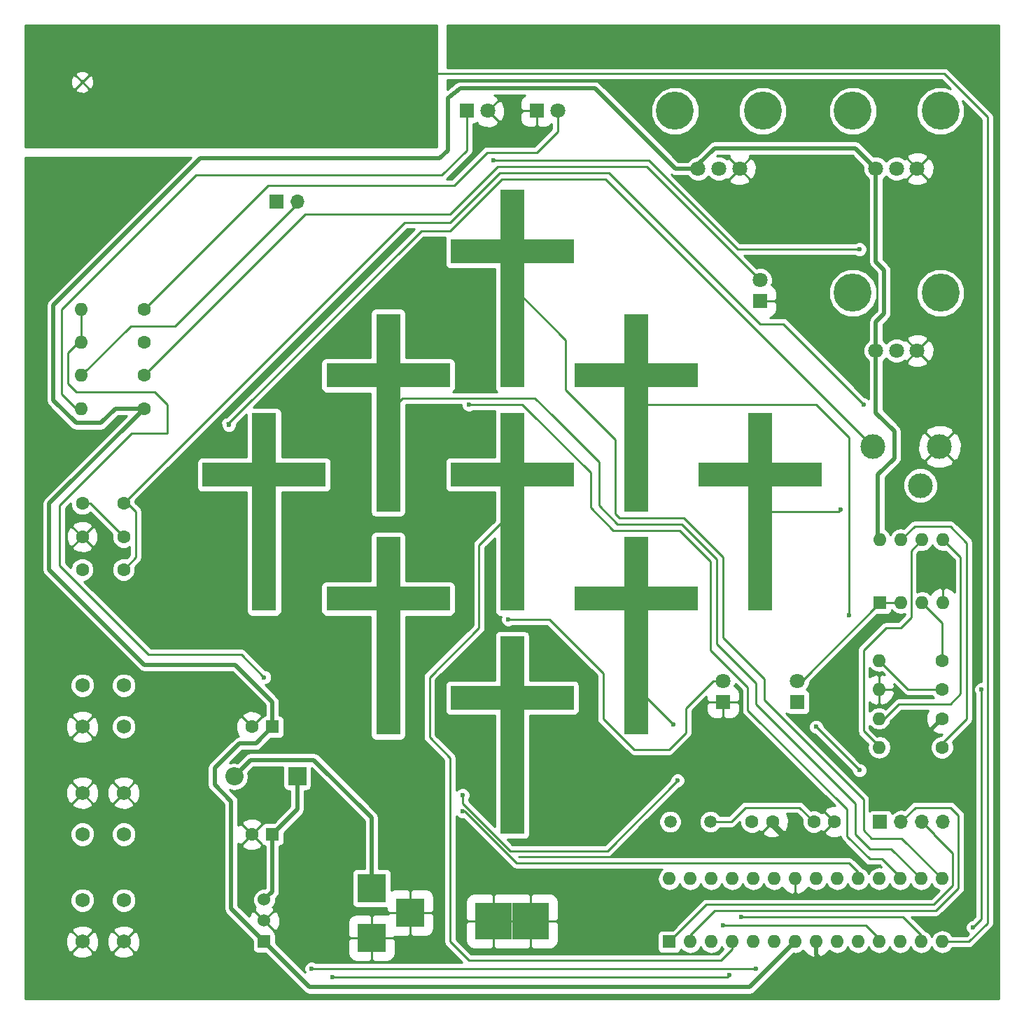
<source format=gbr>
G04 #@! TF.FileFunction,Copper,L1,Top,Signal*
%FSLAX46Y46*%
G04 Gerber Fmt 4.6, Leading zero omitted, Abs format (unit mm)*
G04 Created by KiCad (PCBNEW 4.0.6) date 12/17/17 22:53:38*
%MOMM*%
%LPD*%
G01*
G04 APERTURE LIST*
%ADD10C,0.100000*%
%ADD11R,1.800000X1.800000*%
%ADD12C,1.800000*%
%ADD13R,3.000000X24.000000*%
%ADD14R,15.000000X3.000000*%
%ADD15C,1.000000*%
%ADD16C,1.600000*%
%ADD17R,4.500000X4.500000*%
%ADD18C,0.500000*%
%ADD19R,1.600000X1.600000*%
%ADD20O,1.600000X1.600000*%
%ADD21R,1.700000X1.700000*%
%ADD22O,1.700000X1.700000*%
%ADD23C,1.750000*%
%ADD24R,3.500000X3.500000*%
%ADD25R,2.200000X2.200000*%
%ADD26O,2.200000X2.200000*%
%ADD27C,4.600000*%
%ADD28C,3.000000*%
%ADD29C,1.524000*%
%ADD30R,1.524000X1.524000*%
%ADD31C,1.500000*%
%ADD32C,0.600000*%
%ADD33C,0.500000*%
%ADD34C,0.250000*%
%ADD35C,0.226060*%
G04 APERTURE END LIST*
D10*
D11*
X103000000Y-51500000D03*
D12*
X105540000Y-51500000D03*
D13*
X100000000Y-73000000D03*
D14*
X100000000Y-68500000D03*
D15*
X100000000Y-73000000D03*
D13*
X85000000Y-88000000D03*
D14*
X85000000Y-83500000D03*
D15*
X85000000Y-88000000D03*
D13*
X115000000Y-88000000D03*
D14*
X115000000Y-83500000D03*
D15*
X115000000Y-88000000D03*
D13*
X70000000Y-100000000D03*
D14*
X70000000Y-95500000D03*
D15*
X70000000Y-100000000D03*
D13*
X100000000Y-100000000D03*
D14*
X100000000Y-95500000D03*
D15*
X100000000Y-100000000D03*
D13*
X130000000Y-100000000D03*
D14*
X130000000Y-95500000D03*
D15*
X130000000Y-100000000D03*
D13*
X85000000Y-115000000D03*
D14*
X85000000Y-110500000D03*
D15*
X85000000Y-115000000D03*
D13*
X115000000Y-115000000D03*
D14*
X115000000Y-110500000D03*
D15*
X115000000Y-115000000D03*
D13*
X100000000Y-127000000D03*
D14*
X100000000Y-122500000D03*
D15*
X100000000Y-127000000D03*
D16*
X136500000Y-137500000D03*
X139000000Y-137500000D03*
X129000000Y-137500000D03*
X131500000Y-137500000D03*
D17*
X102250000Y-149500000D03*
X97750000Y-149500000D03*
D18*
X48000000Y-48000000D03*
D19*
X119000000Y-152000000D03*
D20*
X152020000Y-144380000D03*
X121540000Y-152000000D03*
X149480000Y-144380000D03*
X124080000Y-152000000D03*
X146940000Y-144380000D03*
X126620000Y-152000000D03*
X144400000Y-144380000D03*
X129160000Y-152000000D03*
X141860000Y-144380000D03*
X131700000Y-152000000D03*
X139320000Y-144380000D03*
X134240000Y-152000000D03*
X136780000Y-144380000D03*
X136780000Y-152000000D03*
X134240000Y-144380000D03*
X139320000Y-152000000D03*
X131700000Y-144380000D03*
X141860000Y-152000000D03*
X129160000Y-144380000D03*
X144400000Y-152000000D03*
X126620000Y-144380000D03*
X146940000Y-152000000D03*
X124080000Y-144380000D03*
X149480000Y-152000000D03*
X121540000Y-144380000D03*
X152020000Y-152000000D03*
X119000000Y-144380000D03*
D21*
X144500000Y-137500000D03*
D22*
X147040000Y-137500000D03*
X149580000Y-137500000D03*
X152120000Y-137500000D03*
D19*
X144500000Y-111000000D03*
D20*
X152120000Y-103380000D03*
X147040000Y-111000000D03*
X149580000Y-103380000D03*
X149580000Y-111000000D03*
X147040000Y-103380000D03*
X152120000Y-111000000D03*
X144500000Y-103380000D03*
D23*
X53000000Y-121000000D03*
X53000000Y-126000000D03*
X48000000Y-126000000D03*
X48000000Y-121000000D03*
X53000000Y-134000000D03*
X53000000Y-139000000D03*
X48000000Y-139000000D03*
X48000000Y-134000000D03*
X53000000Y-147000000D03*
X53000000Y-152000000D03*
X48000000Y-152000000D03*
X48000000Y-147000000D03*
D24*
X83000000Y-145500000D03*
X83000000Y-151500000D03*
X87700000Y-148500000D03*
D25*
X74000000Y-132000000D03*
D26*
X66380000Y-132000000D03*
D12*
X122500000Y-58500000D03*
X125000000Y-58500000D03*
X127500000Y-58500000D03*
D27*
X130300000Y-51500000D03*
X119700000Y-51500000D03*
D12*
X144000000Y-58500000D03*
X146500000Y-58500000D03*
X149000000Y-58500000D03*
D27*
X151800000Y-51500000D03*
X141200000Y-51500000D03*
D12*
X144000000Y-80500000D03*
X146500000Y-80500000D03*
X149000000Y-80500000D03*
D27*
X151800000Y-73500000D03*
X141200000Y-73500000D03*
D28*
X151700000Y-92100000D03*
X143600000Y-92100000D03*
X149400000Y-96800000D03*
D29*
X70000000Y-149460000D03*
X70000000Y-146920000D03*
D30*
X70000000Y-152000000D03*
D11*
X134500000Y-123000000D03*
D12*
X134500000Y-120460000D03*
D31*
X124000000Y-137500000D03*
X119120000Y-137500000D03*
D16*
X152000000Y-128500000D03*
D20*
X144380000Y-128500000D03*
D16*
X152000000Y-125000000D03*
D20*
X144380000Y-125000000D03*
D16*
X152000000Y-121500000D03*
D20*
X144380000Y-121500000D03*
D16*
X152000000Y-118000000D03*
D20*
X144380000Y-118000000D03*
D16*
X55500000Y-83500000D03*
D20*
X47880000Y-83500000D03*
D16*
X55500000Y-87500000D03*
D20*
X47880000Y-87500000D03*
D16*
X55500000Y-79500000D03*
D20*
X47880000Y-79500000D03*
D16*
X55500000Y-75500000D03*
D20*
X47880000Y-75500000D03*
D16*
X48000000Y-99000000D03*
X53000000Y-99000000D03*
X53000000Y-103000000D03*
X48000000Y-103000000D03*
X53000000Y-107000000D03*
X48000000Y-107000000D03*
D11*
X125500000Y-123000000D03*
D12*
X125500000Y-120460000D03*
D11*
X130000000Y-74500000D03*
D12*
X130000000Y-71960000D03*
D11*
X94500000Y-51500000D03*
D12*
X97040000Y-51500000D03*
D19*
X71000000Y-126000000D03*
D16*
X68500000Y-126000000D03*
D19*
X71000000Y-139000000D03*
D16*
X68500000Y-139000000D03*
D21*
X71500000Y-62500000D03*
D22*
X74040000Y-62500000D03*
D32*
X134250000Y-140750000D03*
X139500000Y-154500000D03*
X152000000Y-134250000D03*
X65750000Y-89500000D03*
X140750000Y-112500000D03*
X139750000Y-99750000D03*
X125500000Y-150000000D03*
X119500000Y-125750000D03*
X136750000Y-126000000D03*
X142000000Y-131250000D03*
X127750000Y-149000000D03*
X97750000Y-57500000D03*
X142000000Y-68250000D03*
X156750000Y-121500000D03*
X155750000Y-150250000D03*
X94000000Y-136250000D03*
X70000000Y-120000000D03*
X99500000Y-113000000D03*
X142500000Y-87000000D03*
X75750000Y-155250000D03*
X129500000Y-155250000D03*
X78250000Y-156250000D03*
X126250000Y-156000000D03*
X94000000Y-134250000D03*
X120000000Y-132500000D03*
X94750000Y-87000000D03*
D33*
X134250000Y-140750000D02*
X131500000Y-138000000D01*
X131500000Y-138000000D02*
X131500000Y-137500000D01*
X136780000Y-152000000D02*
X136780000Y-153530000D01*
X137750000Y-154500000D02*
X139500000Y-154500000D01*
X136780000Y-153530000D02*
X137750000Y-154500000D01*
X149500000Y-127500000D02*
X152000000Y-125000000D01*
X149500000Y-131750000D02*
X149500000Y-127500000D01*
X152000000Y-134250000D02*
X149500000Y-131750000D01*
D34*
X105540000Y-51500000D02*
X105540000Y-53960000D01*
X70500000Y-60500000D02*
X55500000Y-75500000D01*
X93000000Y-60500000D02*
X70500000Y-60500000D01*
X97000000Y-56500000D02*
X93000000Y-60500000D01*
X103000000Y-56500000D02*
X97000000Y-56500000D01*
X105540000Y-53960000D02*
X103000000Y-56500000D01*
X111250000Y-59750000D02*
X143600000Y-92100000D01*
X98750000Y-59750000D02*
X111250000Y-59750000D01*
X92500000Y-66000000D02*
X98750000Y-59750000D01*
X89000000Y-66000000D02*
X92500000Y-66000000D01*
X65750000Y-89250000D02*
X89000000Y-66000000D01*
X65500000Y-89250000D02*
X65750000Y-89250000D01*
X65750000Y-89500000D02*
X65500000Y-89250000D01*
X48000000Y-99000000D02*
X49000000Y-99000000D01*
X49000000Y-99000000D02*
X53000000Y-103000000D01*
X152000000Y-128500000D02*
X152000000Y-128000000D01*
X152000000Y-128000000D02*
X155000000Y-125000000D01*
X155000000Y-125000000D02*
X155000000Y-103750000D01*
X155000000Y-103750000D02*
X153000000Y-101750000D01*
X153000000Y-101750000D02*
X148670000Y-101750000D01*
X148670000Y-101750000D02*
X147040000Y-103380000D01*
X100000000Y-73000000D02*
X100250000Y-73000000D01*
X100250000Y-73000000D02*
X106500000Y-79250000D01*
X106500000Y-79250000D02*
X106500000Y-85250000D01*
X106500000Y-85250000D02*
X112500000Y-91250000D01*
X112500000Y-91250000D02*
X112500000Y-100250000D01*
X112500000Y-100250000D02*
X113000000Y-100750000D01*
X113000000Y-100750000D02*
X120750000Y-100750000D01*
X120750000Y-100750000D02*
X125500000Y-105500000D01*
X125500000Y-105500000D02*
X125500000Y-115250000D01*
X125500000Y-115250000D02*
X130500000Y-120250000D01*
X130500000Y-120250000D02*
X130500000Y-122750000D01*
X130500000Y-122750000D02*
X142500000Y-134750000D01*
X142500000Y-134750000D02*
X142500000Y-138500000D01*
X142500000Y-138500000D02*
X143500000Y-139500000D01*
X143500000Y-139500000D02*
X147140000Y-139500000D01*
X147140000Y-139500000D02*
X152020000Y-144380000D01*
X85000000Y-88000000D02*
X85000000Y-88000000D01*
X145850000Y-140750000D02*
X149480000Y-144380000D01*
X143250000Y-140750000D02*
X145850000Y-140750000D01*
X141500000Y-139000000D02*
X143250000Y-140750000D01*
X141500000Y-135250000D02*
X141500000Y-139000000D01*
X129500000Y-123250000D02*
X141500000Y-135250000D01*
X129500000Y-120750000D02*
X129500000Y-123250000D01*
X124750000Y-116000000D02*
X129500000Y-120750000D01*
X124750000Y-105750000D02*
X124750000Y-116000000D01*
X120500000Y-101500000D02*
X124750000Y-105750000D01*
X112750000Y-101500000D02*
X120500000Y-101500000D01*
X110500000Y-99250000D02*
X112750000Y-101500000D01*
X110500000Y-94000000D02*
X110500000Y-99250000D01*
X105000000Y-88500000D02*
X110500000Y-94000000D01*
X105000000Y-88500000D02*
X105000000Y-88500000D01*
X102750000Y-86250000D02*
X105000000Y-88500000D01*
X86750000Y-86250000D02*
X102750000Y-86250000D01*
X85000000Y-88000000D02*
X86750000Y-86250000D01*
X115000000Y-88000000D02*
X115000000Y-88000000D01*
X140750000Y-91000000D02*
X140750000Y-112500000D01*
X136750000Y-87000000D02*
X140750000Y-91000000D01*
X116000000Y-87000000D02*
X136750000Y-87000000D01*
X115000000Y-88000000D02*
X116000000Y-87000000D01*
X121540000Y-151210000D02*
X124500000Y-148250000D01*
X124500000Y-148250000D02*
X151250000Y-148250000D01*
X151250000Y-148250000D02*
X154000000Y-145500000D01*
X154000000Y-145500000D02*
X154000000Y-136750000D01*
X154000000Y-136750000D02*
X153000000Y-135750000D01*
X153000000Y-135750000D02*
X148790000Y-135750000D01*
X148790000Y-135750000D02*
X147040000Y-137500000D01*
X121540000Y-152000000D02*
X121540000Y-151210000D01*
X126620000Y-152000000D02*
X126620000Y-152880000D01*
X96000000Y-104000000D02*
X100000000Y-100000000D01*
X96000000Y-114000000D02*
X96000000Y-104000000D01*
X90000000Y-120000000D02*
X96000000Y-114000000D01*
X90000000Y-127250000D02*
X90000000Y-120000000D01*
X92500000Y-129750000D02*
X90000000Y-127250000D01*
X92500000Y-152000000D02*
X92500000Y-129750000D01*
X94750000Y-154250000D02*
X92500000Y-152000000D01*
X125250000Y-154250000D02*
X94750000Y-154250000D01*
X126620000Y-152880000D02*
X125250000Y-154250000D01*
X139500000Y-100000000D02*
X130000000Y-100000000D01*
X139750000Y-99750000D02*
X139500000Y-100000000D01*
X142750000Y-150000000D02*
X144400000Y-151650000D01*
X125500000Y-150000000D02*
X142750000Y-150000000D01*
X144400000Y-151650000D02*
X144400000Y-152000000D01*
X119500000Y-125750000D02*
X115000000Y-121250000D01*
X142000000Y-131250000D02*
X136750000Y-126000000D01*
X115000000Y-121250000D02*
X115000000Y-115000000D01*
X147250000Y-149000000D02*
X149480000Y-151230000D01*
X127750000Y-149000000D02*
X147250000Y-149000000D01*
X149480000Y-151230000D02*
X149480000Y-152000000D01*
X152020000Y-152000000D02*
X155250000Y-152000000D01*
X49000000Y-47000000D02*
X48000000Y-48000000D01*
X152250000Y-47000000D02*
X49000000Y-47000000D01*
X157500000Y-52250000D02*
X152250000Y-47000000D01*
X157500000Y-149750000D02*
X157500000Y-52250000D01*
X155250000Y-152000000D02*
X157500000Y-149750000D01*
X97750000Y-57500000D02*
X116500000Y-57500000D01*
X116500000Y-57500000D02*
X127250000Y-68250000D01*
X127250000Y-68250000D02*
X142000000Y-68250000D01*
X156750000Y-149250000D02*
X156750000Y-121500000D01*
X155750000Y-150250000D02*
X156750000Y-149250000D01*
X152000000Y-121500000D02*
X147880000Y-121500000D01*
X147880000Y-121500000D02*
X144380000Y-118000000D01*
X152000000Y-118000000D02*
X152000000Y-113420000D01*
X152000000Y-113420000D02*
X149580000Y-111000000D01*
X55500000Y-83500000D02*
X55500000Y-83500000D01*
X116290000Y-58250000D02*
X130000000Y-71960000D01*
X98250000Y-58250000D02*
X116290000Y-58250000D01*
X92500000Y-64000000D02*
X98250000Y-58250000D01*
X75000000Y-64000000D02*
X92500000Y-64000000D01*
X55500000Y-83500000D02*
X75000000Y-64000000D01*
X141860000Y-144380000D02*
X141860000Y-143610000D01*
X141860000Y-143610000D02*
X140750000Y-142500000D01*
X140750000Y-142500000D02*
X100500000Y-142500000D01*
X100500000Y-142500000D02*
X94250000Y-136250000D01*
X94250000Y-136250000D02*
X94000000Y-136250000D01*
X70000000Y-120000000D02*
X67250000Y-117250000D01*
X67250000Y-117250000D02*
X56000000Y-117250000D01*
X56000000Y-117250000D02*
X45250000Y-106500000D01*
X45250000Y-106500000D02*
X45250000Y-99250000D01*
X45250000Y-99250000D02*
X54000000Y-90500000D01*
X54000000Y-90500000D02*
X58250000Y-90500000D01*
X58250000Y-90500000D02*
X58250000Y-87000000D01*
X58250000Y-87000000D02*
X56750000Y-85500000D01*
X56750000Y-85500000D02*
X47250000Y-85500000D01*
X47250000Y-85500000D02*
X46250000Y-84500000D01*
X46250000Y-84500000D02*
X46250000Y-80750000D01*
X46250000Y-80750000D02*
X47500000Y-79500000D01*
X47500000Y-79500000D02*
X47880000Y-79500000D01*
X47880000Y-75500000D02*
X47880000Y-79500000D01*
X125500000Y-120460000D02*
X124290000Y-120460000D01*
X104500000Y-113000000D02*
X99500000Y-113000000D01*
X111000000Y-119500000D02*
X104500000Y-113000000D01*
X111000000Y-125000000D02*
X111000000Y-119500000D01*
X114750000Y-128750000D02*
X111000000Y-125000000D01*
X119000000Y-128750000D02*
X114750000Y-128750000D01*
X121000000Y-126750000D02*
X119000000Y-128750000D01*
X121000000Y-123750000D02*
X121000000Y-126750000D01*
X124290000Y-120460000D02*
X121000000Y-123750000D01*
X144380000Y-125000000D02*
X145000000Y-125000000D01*
X145000000Y-125000000D02*
X146750000Y-123250000D01*
X146750000Y-123250000D02*
X153000000Y-123250000D01*
X153000000Y-123250000D02*
X154250000Y-122000000D01*
X154250000Y-122000000D02*
X154250000Y-105510000D01*
X154250000Y-105510000D02*
X152120000Y-103380000D01*
X87000000Y-65000000D02*
X53000000Y-99000000D01*
X92500000Y-65000000D02*
X87000000Y-65000000D01*
X98500000Y-59000000D02*
X92500000Y-65000000D01*
X111750000Y-59000000D02*
X98500000Y-59000000D01*
X130000000Y-77250000D02*
X111750000Y-59000000D01*
X132750000Y-77250000D02*
X130000000Y-77250000D01*
X142500000Y-87000000D02*
X132750000Y-77250000D01*
X53000000Y-99000000D02*
X53500000Y-99000000D01*
X53500000Y-99000000D02*
X54500000Y-100000000D01*
X54500000Y-100000000D02*
X54500000Y-105500000D01*
X54500000Y-105500000D02*
X53000000Y-107000000D01*
X144380000Y-128500000D02*
X144380000Y-128380000D01*
X144380000Y-128380000D02*
X142500000Y-126500000D01*
X142500000Y-126500000D02*
X142500000Y-116750000D01*
X142500000Y-116750000D02*
X145250000Y-114000000D01*
X145250000Y-114000000D02*
X147000000Y-114000000D01*
X147000000Y-114000000D02*
X148250000Y-112750000D01*
X148250000Y-112750000D02*
X148250000Y-104710000D01*
X148250000Y-104710000D02*
X149580000Y-103380000D01*
D33*
X144000000Y-80500000D02*
X144000000Y-88000000D01*
X144250000Y-95500000D02*
X144250000Y-103130000D01*
X146250000Y-93500000D02*
X144250000Y-95500000D01*
X146250000Y-90250000D02*
X146250000Y-93500000D01*
X144000000Y-88000000D02*
X146250000Y-90250000D01*
X144250000Y-103130000D02*
X144500000Y-103380000D01*
X144000000Y-58500000D02*
X144000000Y-69750000D01*
X144000000Y-77000000D02*
X144000000Y-80500000D01*
X145000000Y-76000000D02*
X144000000Y-77000000D01*
X145000000Y-70750000D02*
X145000000Y-76000000D01*
X144000000Y-69750000D02*
X145000000Y-70750000D01*
X55500000Y-87500000D02*
X52000000Y-87500000D01*
X119750000Y-58500000D02*
X122500000Y-58500000D01*
X110000000Y-48750000D02*
X119750000Y-58500000D01*
X93750000Y-48750000D02*
X110000000Y-48750000D01*
X92250000Y-49950000D02*
X93750000Y-48750000D01*
X92250000Y-56250000D02*
X92250000Y-49950000D01*
X91250000Y-57250000D02*
X92250000Y-56250000D01*
X62250000Y-57250000D02*
X91250000Y-57250000D01*
X44500000Y-75000000D02*
X62250000Y-57250000D01*
X44500000Y-86500000D02*
X44500000Y-75000000D01*
X47250000Y-89250000D02*
X44500000Y-86500000D01*
X50250000Y-89250000D02*
X47250000Y-89250000D01*
X52000000Y-87500000D02*
X50250000Y-89250000D01*
X122500000Y-58500000D02*
X122500000Y-58000000D01*
X122500000Y-58000000D02*
X124500000Y-56000000D01*
X124500000Y-56000000D02*
X141500000Y-56000000D01*
X141500000Y-56000000D02*
X144000000Y-58500000D01*
X71000000Y-126000000D02*
X71000000Y-123000000D01*
X44000000Y-99000000D02*
X55500000Y-87500000D01*
X44000000Y-107000000D02*
X44000000Y-99000000D01*
X55500000Y-118500000D02*
X44000000Y-107000000D01*
X66500000Y-118500000D02*
X55500000Y-118500000D01*
X71000000Y-123000000D02*
X66500000Y-118500000D01*
X70000000Y-152000000D02*
X75500000Y-157500000D01*
X128740000Y-157500000D02*
X134240000Y-152000000D01*
X75500000Y-157500000D02*
X128740000Y-157500000D01*
X70000000Y-152000000D02*
X66000000Y-148000000D01*
X69000000Y-128000000D02*
X71000000Y-126000000D01*
X67000000Y-128000000D02*
X69000000Y-128000000D01*
X64000000Y-131000000D02*
X67000000Y-128000000D01*
X64000000Y-133000000D02*
X64000000Y-131000000D01*
X66000000Y-135000000D02*
X64000000Y-133000000D01*
X66000000Y-148000000D02*
X66000000Y-135000000D01*
D34*
X47880000Y-87500000D02*
X47250000Y-87500000D01*
X47250000Y-87500000D02*
X45500000Y-85750000D01*
X45500000Y-85750000D02*
X45500000Y-75500000D01*
X45500000Y-75500000D02*
X61750000Y-59250000D01*
X61750000Y-59250000D02*
X91500000Y-59250000D01*
X91500000Y-59250000D02*
X94500000Y-56250000D01*
X94500000Y-56250000D02*
X94500000Y-51500000D01*
X119000000Y-152000000D02*
X123500000Y-147500000D01*
X151080000Y-139000000D02*
X149580000Y-137500000D01*
X151000000Y-139000000D02*
X151080000Y-139000000D01*
X153299998Y-141299998D02*
X151000000Y-139000000D01*
X153299998Y-145200002D02*
X153299998Y-141299998D01*
X151000000Y-147500000D02*
X153299998Y-145200002D01*
X123500000Y-147500000D02*
X151000000Y-147500000D01*
X129500000Y-155250000D02*
X75750000Y-155250000D01*
X126000000Y-156250000D02*
X78250000Y-156250000D01*
X126250000Y-156000000D02*
X126000000Y-156250000D01*
D33*
X71000000Y-139000000D02*
X71000000Y-145920000D01*
X71000000Y-145920000D02*
X70000000Y-146920000D01*
X74000000Y-132000000D02*
X74000000Y-136000000D01*
X74000000Y-136000000D02*
X71000000Y-139000000D01*
X83000000Y-145500000D02*
X83000000Y-137000000D01*
X68380000Y-130000000D02*
X66380000Y-132000000D01*
X76000000Y-130000000D02*
X68380000Y-130000000D01*
X83000000Y-137000000D02*
X76000000Y-130000000D01*
D34*
X134500000Y-120460000D02*
X135040000Y-120460000D01*
X135040000Y-120460000D02*
X144500000Y-111000000D01*
X144500000Y-111000000D02*
X147040000Y-111000000D01*
X94000000Y-135250000D02*
X94000000Y-134250000D01*
X99750000Y-141000000D02*
X94000000Y-135250000D01*
X111500000Y-141000000D02*
X99750000Y-141000000D01*
X120000000Y-132500000D02*
X111500000Y-141000000D01*
X124000000Y-137500000D02*
X126500000Y-137500000D01*
X134750000Y-135750000D02*
X136500000Y-137500000D01*
X128250000Y-135750000D02*
X134750000Y-135750000D01*
X126500000Y-137500000D02*
X128250000Y-135750000D01*
X146940000Y-144380000D02*
X146940000Y-144190000D01*
X146940000Y-144190000D02*
X144750000Y-142000000D01*
X144750000Y-142000000D02*
X143250000Y-142000000D01*
X143250000Y-142000000D02*
X140500000Y-139250000D01*
X140500000Y-139250000D02*
X140500000Y-136000000D01*
X140500000Y-136000000D02*
X128500000Y-124000000D01*
X128500000Y-124000000D02*
X128500000Y-121250000D01*
X128500000Y-121250000D02*
X124000000Y-116750000D01*
X124000000Y-116750000D02*
X124000000Y-106000000D01*
X124000000Y-106000000D02*
X120250000Y-102250000D01*
X120250000Y-102250000D02*
X112250000Y-102250000D01*
X112250000Y-102250000D02*
X109500000Y-99500000D01*
X109500000Y-99500000D02*
X109500000Y-95250000D01*
X109500000Y-95250000D02*
X102000000Y-87750000D01*
X102000000Y-87750000D02*
X101250000Y-87000000D01*
X101250000Y-87000000D02*
X98250000Y-87000000D01*
X98250000Y-87000000D02*
X94750000Y-87000000D01*
X74040000Y-62500000D02*
X74040000Y-62710000D01*
X53880000Y-77500000D02*
X47880000Y-83500000D01*
X59250000Y-77500000D02*
X53880000Y-77500000D01*
X74040000Y-62710000D02*
X59250000Y-77500000D01*
D35*
G36*
X90886970Y-55886970D02*
X41113030Y-55886970D01*
X41113030Y-49138262D01*
X47174574Y-49138262D01*
X47673000Y-49367494D01*
X48221208Y-49388537D01*
X48735740Y-49198188D01*
X48825426Y-49138262D01*
X48793741Y-48795537D01*
X48000000Y-48001796D01*
X47206259Y-48795537D01*
X47174574Y-49138262D01*
X41113030Y-49138262D01*
X41113030Y-48221208D01*
X46611463Y-48221208D01*
X46801812Y-48735740D01*
X46861738Y-48825426D01*
X47204463Y-48793741D01*
X47998204Y-48000000D01*
X48001796Y-48000000D01*
X48795537Y-48793741D01*
X49138262Y-48825426D01*
X49367494Y-48327000D01*
X49388537Y-47778792D01*
X49198188Y-47264260D01*
X49138262Y-47174574D01*
X48795537Y-47206259D01*
X48001796Y-48000000D01*
X47998204Y-48000000D01*
X47204463Y-47206259D01*
X46861738Y-47174574D01*
X46632506Y-47673000D01*
X46611463Y-48221208D01*
X41113030Y-48221208D01*
X41113030Y-46861738D01*
X47174574Y-46861738D01*
X47206259Y-47204463D01*
X48000000Y-47998204D01*
X48793741Y-47204463D01*
X48825426Y-46861738D01*
X48327000Y-46632506D01*
X47778792Y-46611463D01*
X47264260Y-46801812D01*
X47174574Y-46861738D01*
X41113030Y-46861738D01*
X41113030Y-41113030D01*
X90886970Y-41113030D01*
X90886970Y-55886970D01*
X90886970Y-55886970D01*
G37*
X90886970Y-55886970D02*
X41113030Y-55886970D01*
X41113030Y-49138262D01*
X47174574Y-49138262D01*
X47673000Y-49367494D01*
X48221208Y-49388537D01*
X48735740Y-49198188D01*
X48825426Y-49138262D01*
X48793741Y-48795537D01*
X48000000Y-48001796D01*
X47206259Y-48795537D01*
X47174574Y-49138262D01*
X41113030Y-49138262D01*
X41113030Y-48221208D01*
X46611463Y-48221208D01*
X46801812Y-48735740D01*
X46861738Y-48825426D01*
X47204463Y-48793741D01*
X47998204Y-48000000D01*
X48001796Y-48000000D01*
X48795537Y-48793741D01*
X49138262Y-48825426D01*
X49367494Y-48327000D01*
X49388537Y-47778792D01*
X49198188Y-47264260D01*
X49138262Y-47174574D01*
X48795537Y-47206259D01*
X48001796Y-48000000D01*
X47998204Y-48000000D01*
X47204463Y-47206259D01*
X46861738Y-47174574D01*
X46632506Y-47673000D01*
X46611463Y-48221208D01*
X41113030Y-48221208D01*
X41113030Y-46861738D01*
X47174574Y-46861738D01*
X47206259Y-47204463D01*
X48000000Y-47998204D01*
X48793741Y-47204463D01*
X48825426Y-46861738D01*
X48327000Y-46632506D01*
X47778792Y-46611463D01*
X47264260Y-46801812D01*
X47174574Y-46861738D01*
X41113030Y-46861738D01*
X41113030Y-41113030D01*
X90886970Y-41113030D01*
X90886970Y-55886970D01*
G36*
X158886970Y-158886970D02*
X41113030Y-158886970D01*
X41113030Y-153246137D01*
X46755659Y-153246137D01*
X46800011Y-153653803D01*
X47524237Y-153987131D01*
X48320894Y-154017936D01*
X49068699Y-153741529D01*
X49199989Y-153653803D01*
X49244341Y-153246137D01*
X51755659Y-153246137D01*
X51800011Y-153653803D01*
X52524237Y-153987131D01*
X53320894Y-154017936D01*
X54068699Y-153741529D01*
X54199989Y-153653803D01*
X54244341Y-153246137D01*
X53000000Y-152001796D01*
X51755659Y-153246137D01*
X49244341Y-153246137D01*
X48000000Y-152001796D01*
X46755659Y-153246137D01*
X41113030Y-153246137D01*
X41113030Y-152320894D01*
X45982064Y-152320894D01*
X46258471Y-153068699D01*
X46346197Y-153199989D01*
X46753863Y-153244341D01*
X47998204Y-152000000D01*
X48001796Y-152000000D01*
X49246137Y-153244341D01*
X49653803Y-153199989D01*
X49987131Y-152475763D01*
X49993119Y-152320894D01*
X50982064Y-152320894D01*
X51258471Y-153068699D01*
X51346197Y-153199989D01*
X51753863Y-153244341D01*
X52998204Y-152000000D01*
X53001796Y-152000000D01*
X54246137Y-153244341D01*
X54653803Y-153199989D01*
X54987131Y-152475763D01*
X55017936Y-151679106D01*
X54741529Y-150931301D01*
X54653803Y-150800011D01*
X54246137Y-150755659D01*
X53001796Y-152000000D01*
X52998204Y-152000000D01*
X51753863Y-150755659D01*
X51346197Y-150800011D01*
X51012869Y-151524237D01*
X50982064Y-152320894D01*
X49993119Y-152320894D01*
X50017936Y-151679106D01*
X49741529Y-150931301D01*
X49653803Y-150800011D01*
X49246137Y-150755659D01*
X48001796Y-152000000D01*
X47998204Y-152000000D01*
X46753863Y-150755659D01*
X46346197Y-150800011D01*
X46012869Y-151524237D01*
X45982064Y-152320894D01*
X41113030Y-152320894D01*
X41113030Y-150753863D01*
X46755659Y-150753863D01*
X48000000Y-151998204D01*
X49244341Y-150753863D01*
X51755659Y-150753863D01*
X53000000Y-151998204D01*
X54244341Y-150753863D01*
X54199989Y-150346197D01*
X53475763Y-150012869D01*
X52679106Y-149982064D01*
X51931301Y-150258471D01*
X51800011Y-150346197D01*
X51755659Y-150753863D01*
X49244341Y-150753863D01*
X49199989Y-150346197D01*
X48475763Y-150012869D01*
X47679106Y-149982064D01*
X46931301Y-150258471D01*
X46800011Y-150346197D01*
X46755659Y-150753863D01*
X41113030Y-150753863D01*
X41113030Y-147296273D01*
X46503711Y-147296273D01*
X46730988Y-147846326D01*
X47151461Y-148267533D01*
X47701116Y-148495770D01*
X48296273Y-148496289D01*
X48846326Y-148269012D01*
X49267533Y-147848539D01*
X49495770Y-147298884D01*
X49495772Y-147296273D01*
X51503711Y-147296273D01*
X51730988Y-147846326D01*
X52151461Y-148267533D01*
X52701116Y-148495770D01*
X53296273Y-148496289D01*
X53846326Y-148269012D01*
X54267533Y-147848539D01*
X54495770Y-147298884D01*
X54496289Y-146703727D01*
X54269012Y-146153674D01*
X53848539Y-145732467D01*
X53298884Y-145504230D01*
X52703727Y-145503711D01*
X52153674Y-145730988D01*
X51732467Y-146151461D01*
X51504230Y-146701116D01*
X51503711Y-147296273D01*
X49495772Y-147296273D01*
X49496289Y-146703727D01*
X49269012Y-146153674D01*
X48848539Y-145732467D01*
X48298884Y-145504230D01*
X47703727Y-145503711D01*
X47153674Y-145730988D01*
X46732467Y-146151461D01*
X46504230Y-146701116D01*
X46503711Y-147296273D01*
X41113030Y-147296273D01*
X41113030Y-139296273D01*
X46503711Y-139296273D01*
X46730988Y-139846326D01*
X47151461Y-140267533D01*
X47701116Y-140495770D01*
X48296273Y-140496289D01*
X48846326Y-140269012D01*
X49267533Y-139848539D01*
X49495770Y-139298884D01*
X49495772Y-139296273D01*
X51503711Y-139296273D01*
X51730988Y-139846326D01*
X52151461Y-140267533D01*
X52701116Y-140495770D01*
X53296273Y-140496289D01*
X53846326Y-140269012D01*
X54267533Y-139848539D01*
X54495770Y-139298884D01*
X54496289Y-138703727D01*
X54269012Y-138153674D01*
X53848539Y-137732467D01*
X53298884Y-137504230D01*
X52703727Y-137503711D01*
X52153674Y-137730988D01*
X51732467Y-138151461D01*
X51504230Y-138701116D01*
X51503711Y-139296273D01*
X49495772Y-139296273D01*
X49496289Y-138703727D01*
X49269012Y-138153674D01*
X48848539Y-137732467D01*
X48298884Y-137504230D01*
X47703727Y-137503711D01*
X47153674Y-137730988D01*
X46732467Y-138151461D01*
X46504230Y-138701116D01*
X46503711Y-139296273D01*
X41113030Y-139296273D01*
X41113030Y-135246137D01*
X46755659Y-135246137D01*
X46800011Y-135653803D01*
X47524237Y-135987131D01*
X48320894Y-136017936D01*
X49068699Y-135741529D01*
X49199989Y-135653803D01*
X49244341Y-135246137D01*
X51755659Y-135246137D01*
X51800011Y-135653803D01*
X52524237Y-135987131D01*
X53320894Y-136017936D01*
X54068699Y-135741529D01*
X54199989Y-135653803D01*
X54244341Y-135246137D01*
X53000000Y-134001796D01*
X51755659Y-135246137D01*
X49244341Y-135246137D01*
X48000000Y-134001796D01*
X46755659Y-135246137D01*
X41113030Y-135246137D01*
X41113030Y-134320894D01*
X45982064Y-134320894D01*
X46258471Y-135068699D01*
X46346197Y-135199989D01*
X46753863Y-135244341D01*
X47998204Y-134000000D01*
X48001796Y-134000000D01*
X49246137Y-135244341D01*
X49653803Y-135199989D01*
X49987131Y-134475763D01*
X49993119Y-134320894D01*
X50982064Y-134320894D01*
X51258471Y-135068699D01*
X51346197Y-135199989D01*
X51753863Y-135244341D01*
X52998204Y-134000000D01*
X53001796Y-134000000D01*
X54246137Y-135244341D01*
X54653803Y-135199989D01*
X54987131Y-134475763D01*
X55017936Y-133679106D01*
X54741529Y-132931301D01*
X54653803Y-132800011D01*
X54246137Y-132755659D01*
X53001796Y-134000000D01*
X52998204Y-134000000D01*
X51753863Y-132755659D01*
X51346197Y-132800011D01*
X51012869Y-133524237D01*
X50982064Y-134320894D01*
X49993119Y-134320894D01*
X50017936Y-133679106D01*
X49741529Y-132931301D01*
X49653803Y-132800011D01*
X49246137Y-132755659D01*
X48001796Y-134000000D01*
X47998204Y-134000000D01*
X46753863Y-132755659D01*
X46346197Y-132800011D01*
X46012869Y-133524237D01*
X45982064Y-134320894D01*
X41113030Y-134320894D01*
X41113030Y-132753863D01*
X46755659Y-132753863D01*
X48000000Y-133998204D01*
X49244341Y-132753863D01*
X51755659Y-132753863D01*
X53000000Y-133998204D01*
X54244341Y-132753863D01*
X54199989Y-132346197D01*
X53475763Y-132012869D01*
X52679106Y-131982064D01*
X51931301Y-132258471D01*
X51800011Y-132346197D01*
X51755659Y-132753863D01*
X49244341Y-132753863D01*
X49199989Y-132346197D01*
X48475763Y-132012869D01*
X47679106Y-131982064D01*
X46931301Y-132258471D01*
X46800011Y-132346197D01*
X46755659Y-132753863D01*
X41113030Y-132753863D01*
X41113030Y-127246137D01*
X46755659Y-127246137D01*
X46800011Y-127653803D01*
X47524237Y-127987131D01*
X48320894Y-128017936D01*
X49068699Y-127741529D01*
X49199989Y-127653803D01*
X49244341Y-127246137D01*
X48000000Y-126001796D01*
X46755659Y-127246137D01*
X41113030Y-127246137D01*
X41113030Y-126320894D01*
X45982064Y-126320894D01*
X46258471Y-127068699D01*
X46346197Y-127199989D01*
X46753863Y-127244341D01*
X47998204Y-126000000D01*
X48001796Y-126000000D01*
X49246137Y-127244341D01*
X49653803Y-127199989D01*
X49987131Y-126475763D01*
X49994071Y-126296273D01*
X51503711Y-126296273D01*
X51730988Y-126846326D01*
X52151461Y-127267533D01*
X52701116Y-127495770D01*
X53296273Y-127496289D01*
X53846326Y-127269012D01*
X54267533Y-126848539D01*
X54495770Y-126298884D01*
X54496289Y-125703727D01*
X54269012Y-125153674D01*
X53923876Y-124807935D01*
X67309731Y-124807935D01*
X68500000Y-125998204D01*
X69690269Y-124807935D01*
X69655041Y-124408062D01*
X68957910Y-124087226D01*
X68191067Y-124057593D01*
X67471256Y-124323673D01*
X67344959Y-124408062D01*
X67309731Y-124807935D01*
X53923876Y-124807935D01*
X53848539Y-124732467D01*
X53298884Y-124504230D01*
X52703727Y-124503711D01*
X52153674Y-124730988D01*
X51732467Y-125151461D01*
X51504230Y-125701116D01*
X51503711Y-126296273D01*
X49994071Y-126296273D01*
X50017936Y-125679106D01*
X49741529Y-124931301D01*
X49653803Y-124800011D01*
X49246137Y-124755659D01*
X48001796Y-126000000D01*
X47998204Y-126000000D01*
X46753863Y-124755659D01*
X46346197Y-124800011D01*
X46012869Y-125524237D01*
X45982064Y-126320894D01*
X41113030Y-126320894D01*
X41113030Y-124753863D01*
X46755659Y-124753863D01*
X48000000Y-125998204D01*
X49244341Y-124753863D01*
X49199989Y-124346197D01*
X48475763Y-124012869D01*
X47679106Y-123982064D01*
X46931301Y-124258471D01*
X46800011Y-124346197D01*
X46755659Y-124753863D01*
X41113030Y-124753863D01*
X41113030Y-121296273D01*
X46503711Y-121296273D01*
X46730988Y-121846326D01*
X47151461Y-122267533D01*
X47701116Y-122495770D01*
X48296273Y-122496289D01*
X48846326Y-122269012D01*
X49267533Y-121848539D01*
X49495770Y-121298884D01*
X49495772Y-121296273D01*
X51503711Y-121296273D01*
X51730988Y-121846326D01*
X52151461Y-122267533D01*
X52701116Y-122495770D01*
X53296273Y-122496289D01*
X53846326Y-122269012D01*
X54267533Y-121848539D01*
X54495770Y-121298884D01*
X54496289Y-120703727D01*
X54269012Y-120153674D01*
X53848539Y-119732467D01*
X53298884Y-119504230D01*
X52703727Y-119503711D01*
X52153674Y-119730988D01*
X51732467Y-120151461D01*
X51504230Y-120701116D01*
X51503711Y-121296273D01*
X49495772Y-121296273D01*
X49496289Y-120703727D01*
X49269012Y-120153674D01*
X48848539Y-119732467D01*
X48298884Y-119504230D01*
X47703727Y-119503711D01*
X47153674Y-119730988D01*
X46732467Y-120151461D01*
X46504230Y-120701116D01*
X46503711Y-121296273D01*
X41113030Y-121296273D01*
X41113030Y-57113030D01*
X61155148Y-57113030D01*
X43884089Y-74384089D01*
X43695273Y-74666671D01*
X43628970Y-75000000D01*
X43628970Y-86500000D01*
X43695273Y-86833329D01*
X43884089Y-87115911D01*
X46634089Y-89865911D01*
X46916671Y-90054727D01*
X47250000Y-90121030D01*
X50250000Y-90121030D01*
X50583329Y-90054727D01*
X50865911Y-89865911D01*
X52360792Y-88371030D01*
X53397148Y-88371030D01*
X43384089Y-98384089D01*
X43195273Y-98666671D01*
X43128970Y-99000000D01*
X43128970Y-107000000D01*
X43195273Y-107333329D01*
X43384089Y-107615911D01*
X54884089Y-119115911D01*
X55166671Y-119304727D01*
X55500000Y-119371030D01*
X66139208Y-119371030D01*
X70128970Y-123360792D01*
X70128970Y-124580169D01*
X69969860Y-124610108D01*
X69758491Y-124746120D01*
X69713724Y-124811639D01*
X69692065Y-124809731D01*
X68501796Y-126000000D01*
X68515939Y-126014143D01*
X68514143Y-126015939D01*
X68500000Y-126001796D01*
X68485858Y-126015939D01*
X68484062Y-126014143D01*
X68498204Y-126000000D01*
X67307935Y-124809731D01*
X66908062Y-124844959D01*
X66587226Y-125542090D01*
X66557593Y-126308933D01*
X66823673Y-127028744D01*
X66903471Y-127148171D01*
X66666671Y-127195273D01*
X66384089Y-127384089D01*
X63384089Y-130384089D01*
X63195273Y-130666671D01*
X63128970Y-131000000D01*
X63128970Y-133000000D01*
X63195273Y-133333329D01*
X63384089Y-133615911D01*
X65128970Y-135360792D01*
X65128970Y-148000000D01*
X65195273Y-148333329D01*
X65384089Y-148615911D01*
X68604804Y-151836626D01*
X68604804Y-152762000D01*
X68648108Y-152992140D01*
X68784120Y-153203509D01*
X68991651Y-153345309D01*
X69238000Y-153395196D01*
X70163374Y-153395196D01*
X74884089Y-158115912D01*
X75053485Y-158229098D01*
X75166671Y-158304727D01*
X75500000Y-158371030D01*
X128740000Y-158371030D01*
X129073329Y-158304727D01*
X129355911Y-158115911D01*
X134058963Y-153412860D01*
X134240000Y-153448870D01*
X134783805Y-153340701D01*
X135191051Y-153068587D01*
X135647172Y-153561364D01*
X136330912Y-153876027D01*
X136476979Y-153905082D01*
X136778730Y-153646773D01*
X136778730Y-152001270D01*
X136758730Y-152001270D01*
X136758730Y-151998730D01*
X136778730Y-151998730D01*
X136778730Y-151978730D01*
X136781270Y-151978730D01*
X136781270Y-151998730D01*
X136801270Y-151998730D01*
X136801270Y-152001270D01*
X136781270Y-152001270D01*
X136781270Y-153646773D01*
X137083021Y-153905082D01*
X137229088Y-153876027D01*
X137912828Y-153561364D01*
X138368949Y-153068587D01*
X138776195Y-153340701D01*
X139320000Y-153448870D01*
X139863805Y-153340701D01*
X140324820Y-153032660D01*
X140590000Y-152635791D01*
X140855180Y-153032660D01*
X141316195Y-153340701D01*
X141860000Y-153448870D01*
X142403805Y-153340701D01*
X142864820Y-153032660D01*
X143130000Y-152635791D01*
X143395180Y-153032660D01*
X143856195Y-153340701D01*
X144400000Y-153448870D01*
X144943805Y-153340701D01*
X145404820Y-153032660D01*
X145670000Y-152635791D01*
X145935180Y-153032660D01*
X146396195Y-153340701D01*
X146940000Y-153448870D01*
X147483805Y-153340701D01*
X147944820Y-153032660D01*
X148210000Y-152635791D01*
X148475180Y-153032660D01*
X148936195Y-153340701D01*
X149480000Y-153448870D01*
X150023805Y-153340701D01*
X150484820Y-153032660D01*
X150750000Y-152635791D01*
X151015180Y-153032660D01*
X151476195Y-153340701D01*
X152020000Y-153448870D01*
X152563805Y-153340701D01*
X153024820Y-153032660D01*
X153216340Y-152746030D01*
X155250000Y-152746030D01*
X155535494Y-152689242D01*
X155777523Y-152527523D01*
X158027523Y-150277523D01*
X158189242Y-150035493D01*
X158246031Y-149750000D01*
X158246030Y-149749995D01*
X158246030Y-52250000D01*
X158189242Y-51964507D01*
X158189242Y-51964506D01*
X158027523Y-51722477D01*
X152777523Y-46472477D01*
X152535494Y-46310758D01*
X152250000Y-46253970D01*
X92113030Y-46253970D01*
X92113030Y-41113030D01*
X158886970Y-41113030D01*
X158886970Y-158886970D01*
X158886970Y-158886970D01*
G37*
X158886970Y-158886970D02*
X41113030Y-158886970D01*
X41113030Y-153246137D01*
X46755659Y-153246137D01*
X46800011Y-153653803D01*
X47524237Y-153987131D01*
X48320894Y-154017936D01*
X49068699Y-153741529D01*
X49199989Y-153653803D01*
X49244341Y-153246137D01*
X51755659Y-153246137D01*
X51800011Y-153653803D01*
X52524237Y-153987131D01*
X53320894Y-154017936D01*
X54068699Y-153741529D01*
X54199989Y-153653803D01*
X54244341Y-153246137D01*
X53000000Y-152001796D01*
X51755659Y-153246137D01*
X49244341Y-153246137D01*
X48000000Y-152001796D01*
X46755659Y-153246137D01*
X41113030Y-153246137D01*
X41113030Y-152320894D01*
X45982064Y-152320894D01*
X46258471Y-153068699D01*
X46346197Y-153199989D01*
X46753863Y-153244341D01*
X47998204Y-152000000D01*
X48001796Y-152000000D01*
X49246137Y-153244341D01*
X49653803Y-153199989D01*
X49987131Y-152475763D01*
X49993119Y-152320894D01*
X50982064Y-152320894D01*
X51258471Y-153068699D01*
X51346197Y-153199989D01*
X51753863Y-153244341D01*
X52998204Y-152000000D01*
X53001796Y-152000000D01*
X54246137Y-153244341D01*
X54653803Y-153199989D01*
X54987131Y-152475763D01*
X55017936Y-151679106D01*
X54741529Y-150931301D01*
X54653803Y-150800011D01*
X54246137Y-150755659D01*
X53001796Y-152000000D01*
X52998204Y-152000000D01*
X51753863Y-150755659D01*
X51346197Y-150800011D01*
X51012869Y-151524237D01*
X50982064Y-152320894D01*
X49993119Y-152320894D01*
X50017936Y-151679106D01*
X49741529Y-150931301D01*
X49653803Y-150800011D01*
X49246137Y-150755659D01*
X48001796Y-152000000D01*
X47998204Y-152000000D01*
X46753863Y-150755659D01*
X46346197Y-150800011D01*
X46012869Y-151524237D01*
X45982064Y-152320894D01*
X41113030Y-152320894D01*
X41113030Y-150753863D01*
X46755659Y-150753863D01*
X48000000Y-151998204D01*
X49244341Y-150753863D01*
X51755659Y-150753863D01*
X53000000Y-151998204D01*
X54244341Y-150753863D01*
X54199989Y-150346197D01*
X53475763Y-150012869D01*
X52679106Y-149982064D01*
X51931301Y-150258471D01*
X51800011Y-150346197D01*
X51755659Y-150753863D01*
X49244341Y-150753863D01*
X49199989Y-150346197D01*
X48475763Y-150012869D01*
X47679106Y-149982064D01*
X46931301Y-150258471D01*
X46800011Y-150346197D01*
X46755659Y-150753863D01*
X41113030Y-150753863D01*
X41113030Y-147296273D01*
X46503711Y-147296273D01*
X46730988Y-147846326D01*
X47151461Y-148267533D01*
X47701116Y-148495770D01*
X48296273Y-148496289D01*
X48846326Y-148269012D01*
X49267533Y-147848539D01*
X49495770Y-147298884D01*
X49495772Y-147296273D01*
X51503711Y-147296273D01*
X51730988Y-147846326D01*
X52151461Y-148267533D01*
X52701116Y-148495770D01*
X53296273Y-148496289D01*
X53846326Y-148269012D01*
X54267533Y-147848539D01*
X54495770Y-147298884D01*
X54496289Y-146703727D01*
X54269012Y-146153674D01*
X53848539Y-145732467D01*
X53298884Y-145504230D01*
X52703727Y-145503711D01*
X52153674Y-145730988D01*
X51732467Y-146151461D01*
X51504230Y-146701116D01*
X51503711Y-147296273D01*
X49495772Y-147296273D01*
X49496289Y-146703727D01*
X49269012Y-146153674D01*
X48848539Y-145732467D01*
X48298884Y-145504230D01*
X47703727Y-145503711D01*
X47153674Y-145730988D01*
X46732467Y-146151461D01*
X46504230Y-146701116D01*
X46503711Y-147296273D01*
X41113030Y-147296273D01*
X41113030Y-139296273D01*
X46503711Y-139296273D01*
X46730988Y-139846326D01*
X47151461Y-140267533D01*
X47701116Y-140495770D01*
X48296273Y-140496289D01*
X48846326Y-140269012D01*
X49267533Y-139848539D01*
X49495770Y-139298884D01*
X49495772Y-139296273D01*
X51503711Y-139296273D01*
X51730988Y-139846326D01*
X52151461Y-140267533D01*
X52701116Y-140495770D01*
X53296273Y-140496289D01*
X53846326Y-140269012D01*
X54267533Y-139848539D01*
X54495770Y-139298884D01*
X54496289Y-138703727D01*
X54269012Y-138153674D01*
X53848539Y-137732467D01*
X53298884Y-137504230D01*
X52703727Y-137503711D01*
X52153674Y-137730988D01*
X51732467Y-138151461D01*
X51504230Y-138701116D01*
X51503711Y-139296273D01*
X49495772Y-139296273D01*
X49496289Y-138703727D01*
X49269012Y-138153674D01*
X48848539Y-137732467D01*
X48298884Y-137504230D01*
X47703727Y-137503711D01*
X47153674Y-137730988D01*
X46732467Y-138151461D01*
X46504230Y-138701116D01*
X46503711Y-139296273D01*
X41113030Y-139296273D01*
X41113030Y-135246137D01*
X46755659Y-135246137D01*
X46800011Y-135653803D01*
X47524237Y-135987131D01*
X48320894Y-136017936D01*
X49068699Y-135741529D01*
X49199989Y-135653803D01*
X49244341Y-135246137D01*
X51755659Y-135246137D01*
X51800011Y-135653803D01*
X52524237Y-135987131D01*
X53320894Y-136017936D01*
X54068699Y-135741529D01*
X54199989Y-135653803D01*
X54244341Y-135246137D01*
X53000000Y-134001796D01*
X51755659Y-135246137D01*
X49244341Y-135246137D01*
X48000000Y-134001796D01*
X46755659Y-135246137D01*
X41113030Y-135246137D01*
X41113030Y-134320894D01*
X45982064Y-134320894D01*
X46258471Y-135068699D01*
X46346197Y-135199989D01*
X46753863Y-135244341D01*
X47998204Y-134000000D01*
X48001796Y-134000000D01*
X49246137Y-135244341D01*
X49653803Y-135199989D01*
X49987131Y-134475763D01*
X49993119Y-134320894D01*
X50982064Y-134320894D01*
X51258471Y-135068699D01*
X51346197Y-135199989D01*
X51753863Y-135244341D01*
X52998204Y-134000000D01*
X53001796Y-134000000D01*
X54246137Y-135244341D01*
X54653803Y-135199989D01*
X54987131Y-134475763D01*
X55017936Y-133679106D01*
X54741529Y-132931301D01*
X54653803Y-132800011D01*
X54246137Y-132755659D01*
X53001796Y-134000000D01*
X52998204Y-134000000D01*
X51753863Y-132755659D01*
X51346197Y-132800011D01*
X51012869Y-133524237D01*
X50982064Y-134320894D01*
X49993119Y-134320894D01*
X50017936Y-133679106D01*
X49741529Y-132931301D01*
X49653803Y-132800011D01*
X49246137Y-132755659D01*
X48001796Y-134000000D01*
X47998204Y-134000000D01*
X46753863Y-132755659D01*
X46346197Y-132800011D01*
X46012869Y-133524237D01*
X45982064Y-134320894D01*
X41113030Y-134320894D01*
X41113030Y-132753863D01*
X46755659Y-132753863D01*
X48000000Y-133998204D01*
X49244341Y-132753863D01*
X51755659Y-132753863D01*
X53000000Y-133998204D01*
X54244341Y-132753863D01*
X54199989Y-132346197D01*
X53475763Y-132012869D01*
X52679106Y-131982064D01*
X51931301Y-132258471D01*
X51800011Y-132346197D01*
X51755659Y-132753863D01*
X49244341Y-132753863D01*
X49199989Y-132346197D01*
X48475763Y-132012869D01*
X47679106Y-131982064D01*
X46931301Y-132258471D01*
X46800011Y-132346197D01*
X46755659Y-132753863D01*
X41113030Y-132753863D01*
X41113030Y-127246137D01*
X46755659Y-127246137D01*
X46800011Y-127653803D01*
X47524237Y-127987131D01*
X48320894Y-128017936D01*
X49068699Y-127741529D01*
X49199989Y-127653803D01*
X49244341Y-127246137D01*
X48000000Y-126001796D01*
X46755659Y-127246137D01*
X41113030Y-127246137D01*
X41113030Y-126320894D01*
X45982064Y-126320894D01*
X46258471Y-127068699D01*
X46346197Y-127199989D01*
X46753863Y-127244341D01*
X47998204Y-126000000D01*
X48001796Y-126000000D01*
X49246137Y-127244341D01*
X49653803Y-127199989D01*
X49987131Y-126475763D01*
X49994071Y-126296273D01*
X51503711Y-126296273D01*
X51730988Y-126846326D01*
X52151461Y-127267533D01*
X52701116Y-127495770D01*
X53296273Y-127496289D01*
X53846326Y-127269012D01*
X54267533Y-126848539D01*
X54495770Y-126298884D01*
X54496289Y-125703727D01*
X54269012Y-125153674D01*
X53923876Y-124807935D01*
X67309731Y-124807935D01*
X68500000Y-125998204D01*
X69690269Y-124807935D01*
X69655041Y-124408062D01*
X68957910Y-124087226D01*
X68191067Y-124057593D01*
X67471256Y-124323673D01*
X67344959Y-124408062D01*
X67309731Y-124807935D01*
X53923876Y-124807935D01*
X53848539Y-124732467D01*
X53298884Y-124504230D01*
X52703727Y-124503711D01*
X52153674Y-124730988D01*
X51732467Y-125151461D01*
X51504230Y-125701116D01*
X51503711Y-126296273D01*
X49994071Y-126296273D01*
X50017936Y-125679106D01*
X49741529Y-124931301D01*
X49653803Y-124800011D01*
X49246137Y-124755659D01*
X48001796Y-126000000D01*
X47998204Y-126000000D01*
X46753863Y-124755659D01*
X46346197Y-124800011D01*
X46012869Y-125524237D01*
X45982064Y-126320894D01*
X41113030Y-126320894D01*
X41113030Y-124753863D01*
X46755659Y-124753863D01*
X48000000Y-125998204D01*
X49244341Y-124753863D01*
X49199989Y-124346197D01*
X48475763Y-124012869D01*
X47679106Y-123982064D01*
X46931301Y-124258471D01*
X46800011Y-124346197D01*
X46755659Y-124753863D01*
X41113030Y-124753863D01*
X41113030Y-121296273D01*
X46503711Y-121296273D01*
X46730988Y-121846326D01*
X47151461Y-122267533D01*
X47701116Y-122495770D01*
X48296273Y-122496289D01*
X48846326Y-122269012D01*
X49267533Y-121848539D01*
X49495770Y-121298884D01*
X49495772Y-121296273D01*
X51503711Y-121296273D01*
X51730988Y-121846326D01*
X52151461Y-122267533D01*
X52701116Y-122495770D01*
X53296273Y-122496289D01*
X53846326Y-122269012D01*
X54267533Y-121848539D01*
X54495770Y-121298884D01*
X54496289Y-120703727D01*
X54269012Y-120153674D01*
X53848539Y-119732467D01*
X53298884Y-119504230D01*
X52703727Y-119503711D01*
X52153674Y-119730988D01*
X51732467Y-120151461D01*
X51504230Y-120701116D01*
X51503711Y-121296273D01*
X49495772Y-121296273D01*
X49496289Y-120703727D01*
X49269012Y-120153674D01*
X48848539Y-119732467D01*
X48298884Y-119504230D01*
X47703727Y-119503711D01*
X47153674Y-119730988D01*
X46732467Y-120151461D01*
X46504230Y-120701116D01*
X46503711Y-121296273D01*
X41113030Y-121296273D01*
X41113030Y-57113030D01*
X61155148Y-57113030D01*
X43884089Y-74384089D01*
X43695273Y-74666671D01*
X43628970Y-75000000D01*
X43628970Y-86500000D01*
X43695273Y-86833329D01*
X43884089Y-87115911D01*
X46634089Y-89865911D01*
X46916671Y-90054727D01*
X47250000Y-90121030D01*
X50250000Y-90121030D01*
X50583329Y-90054727D01*
X50865911Y-89865911D01*
X52360792Y-88371030D01*
X53397148Y-88371030D01*
X43384089Y-98384089D01*
X43195273Y-98666671D01*
X43128970Y-99000000D01*
X43128970Y-107000000D01*
X43195273Y-107333329D01*
X43384089Y-107615911D01*
X54884089Y-119115911D01*
X55166671Y-119304727D01*
X55500000Y-119371030D01*
X66139208Y-119371030D01*
X70128970Y-123360792D01*
X70128970Y-124580169D01*
X69969860Y-124610108D01*
X69758491Y-124746120D01*
X69713724Y-124811639D01*
X69692065Y-124809731D01*
X68501796Y-126000000D01*
X68515939Y-126014143D01*
X68514143Y-126015939D01*
X68500000Y-126001796D01*
X68485858Y-126015939D01*
X68484062Y-126014143D01*
X68498204Y-126000000D01*
X67307935Y-124809731D01*
X66908062Y-124844959D01*
X66587226Y-125542090D01*
X66557593Y-126308933D01*
X66823673Y-127028744D01*
X66903471Y-127148171D01*
X66666671Y-127195273D01*
X66384089Y-127384089D01*
X63384089Y-130384089D01*
X63195273Y-130666671D01*
X63128970Y-131000000D01*
X63128970Y-133000000D01*
X63195273Y-133333329D01*
X63384089Y-133615911D01*
X65128970Y-135360792D01*
X65128970Y-148000000D01*
X65195273Y-148333329D01*
X65384089Y-148615911D01*
X68604804Y-151836626D01*
X68604804Y-152762000D01*
X68648108Y-152992140D01*
X68784120Y-153203509D01*
X68991651Y-153345309D01*
X69238000Y-153395196D01*
X70163374Y-153395196D01*
X74884089Y-158115912D01*
X75053485Y-158229098D01*
X75166671Y-158304727D01*
X75500000Y-158371030D01*
X128740000Y-158371030D01*
X129073329Y-158304727D01*
X129355911Y-158115911D01*
X134058963Y-153412860D01*
X134240000Y-153448870D01*
X134783805Y-153340701D01*
X135191051Y-153068587D01*
X135647172Y-153561364D01*
X136330912Y-153876027D01*
X136476979Y-153905082D01*
X136778730Y-153646773D01*
X136778730Y-152001270D01*
X136758730Y-152001270D01*
X136758730Y-151998730D01*
X136778730Y-151998730D01*
X136778730Y-151978730D01*
X136781270Y-151978730D01*
X136781270Y-151998730D01*
X136801270Y-151998730D01*
X136801270Y-152001270D01*
X136781270Y-152001270D01*
X136781270Y-153646773D01*
X137083021Y-153905082D01*
X137229088Y-153876027D01*
X137912828Y-153561364D01*
X138368949Y-153068587D01*
X138776195Y-153340701D01*
X139320000Y-153448870D01*
X139863805Y-153340701D01*
X140324820Y-153032660D01*
X140590000Y-152635791D01*
X140855180Y-153032660D01*
X141316195Y-153340701D01*
X141860000Y-153448870D01*
X142403805Y-153340701D01*
X142864820Y-153032660D01*
X143130000Y-152635791D01*
X143395180Y-153032660D01*
X143856195Y-153340701D01*
X144400000Y-153448870D01*
X144943805Y-153340701D01*
X145404820Y-153032660D01*
X145670000Y-152635791D01*
X145935180Y-153032660D01*
X146396195Y-153340701D01*
X146940000Y-153448870D01*
X147483805Y-153340701D01*
X147944820Y-153032660D01*
X148210000Y-152635791D01*
X148475180Y-153032660D01*
X148936195Y-153340701D01*
X149480000Y-153448870D01*
X150023805Y-153340701D01*
X150484820Y-153032660D01*
X150750000Y-152635791D01*
X151015180Y-153032660D01*
X151476195Y-153340701D01*
X152020000Y-153448870D01*
X152563805Y-153340701D01*
X153024820Y-153032660D01*
X153216340Y-152746030D01*
X155250000Y-152746030D01*
X155535494Y-152689242D01*
X155777523Y-152527523D01*
X158027523Y-150277523D01*
X158189242Y-150035493D01*
X158246031Y-149750000D01*
X158246030Y-149749995D01*
X158246030Y-52250000D01*
X158189242Y-51964507D01*
X158189242Y-51964506D01*
X158027523Y-51722477D01*
X152777523Y-46472477D01*
X152535494Y-46310758D01*
X152250000Y-46253970D01*
X92113030Y-46253970D01*
X92113030Y-41113030D01*
X158886970Y-41113030D01*
X158886970Y-158886970D01*
G36*
X65426330Y-88518624D02*
X65214506Y-88560758D01*
X64972477Y-88722477D01*
X64810758Y-88964506D01*
X64753970Y-89250000D01*
X64810758Y-89535494D01*
X64828915Y-89562668D01*
X64828811Y-89682400D01*
X64968734Y-90021040D01*
X65227597Y-90280356D01*
X65565992Y-90420870D01*
X65932400Y-90421189D01*
X66271040Y-90281266D01*
X66530356Y-90022403D01*
X66670870Y-89684008D01*
X66671131Y-89383915D01*
X67866804Y-88188242D01*
X67866804Y-93366804D01*
X62500000Y-93366804D01*
X62269860Y-93410108D01*
X62058491Y-93546120D01*
X61916691Y-93753651D01*
X61866804Y-94000000D01*
X61866804Y-97000000D01*
X61910108Y-97230140D01*
X62046120Y-97441509D01*
X62253651Y-97583309D01*
X62500000Y-97633196D01*
X67866804Y-97633196D01*
X67866804Y-112000000D01*
X67910108Y-112230140D01*
X68046120Y-112441509D01*
X68253651Y-112583309D01*
X68500000Y-112633196D01*
X71500000Y-112633196D01*
X71730140Y-112589892D01*
X71941509Y-112453880D01*
X72083309Y-112246349D01*
X72133196Y-112000000D01*
X72133196Y-109000000D01*
X76866804Y-109000000D01*
X76866804Y-112000000D01*
X76910108Y-112230140D01*
X77046120Y-112441509D01*
X77253651Y-112583309D01*
X77500000Y-112633196D01*
X82866804Y-112633196D01*
X82866804Y-127000000D01*
X82910108Y-127230140D01*
X83046120Y-127441509D01*
X83253651Y-127583309D01*
X83500000Y-127633196D01*
X86500000Y-127633196D01*
X86730140Y-127589892D01*
X86941509Y-127453880D01*
X87083309Y-127246349D01*
X87133196Y-127000000D01*
X87133196Y-112633196D01*
X92500000Y-112633196D01*
X92730140Y-112589892D01*
X92941509Y-112453880D01*
X93083309Y-112246349D01*
X93133196Y-112000000D01*
X93133196Y-109000000D01*
X93089892Y-108769860D01*
X92953880Y-108558491D01*
X92746349Y-108416691D01*
X92500000Y-108366804D01*
X87133196Y-108366804D01*
X87133196Y-103000000D01*
X87089892Y-102769860D01*
X86953880Y-102558491D01*
X86746349Y-102416691D01*
X86500000Y-102366804D01*
X83500000Y-102366804D01*
X83269860Y-102410108D01*
X83058491Y-102546120D01*
X82916691Y-102753651D01*
X82866804Y-103000000D01*
X82866804Y-108366804D01*
X77500000Y-108366804D01*
X77269860Y-108410108D01*
X77058491Y-108546120D01*
X76916691Y-108753651D01*
X76866804Y-109000000D01*
X72133196Y-109000000D01*
X72133196Y-97633196D01*
X77500000Y-97633196D01*
X77730140Y-97589892D01*
X77941509Y-97453880D01*
X78083309Y-97246349D01*
X78133196Y-97000000D01*
X78133196Y-94000000D01*
X78089892Y-93769860D01*
X77953880Y-93558491D01*
X77746349Y-93416691D01*
X77500000Y-93366804D01*
X72133196Y-93366804D01*
X72133196Y-88000000D01*
X72089892Y-87769860D01*
X71953880Y-87558491D01*
X71746349Y-87416691D01*
X71500000Y-87366804D01*
X68688242Y-87366804D01*
X89309016Y-66746030D01*
X91921898Y-66746030D01*
X91916691Y-66753651D01*
X91866804Y-67000000D01*
X91866804Y-70000000D01*
X91910108Y-70230140D01*
X92046120Y-70441509D01*
X92253651Y-70583309D01*
X92500000Y-70633196D01*
X97866804Y-70633196D01*
X97866804Y-85000000D01*
X97910108Y-85230140D01*
X98046120Y-85441509D01*
X98137535Y-85503970D01*
X92863667Y-85503970D01*
X92941509Y-85453880D01*
X93083309Y-85246349D01*
X93133196Y-85000000D01*
X93133196Y-82000000D01*
X93089892Y-81769860D01*
X92953880Y-81558491D01*
X92746349Y-81416691D01*
X92500000Y-81366804D01*
X87133196Y-81366804D01*
X87133196Y-76000000D01*
X87089892Y-75769860D01*
X86953880Y-75558491D01*
X86746349Y-75416691D01*
X86500000Y-75366804D01*
X83500000Y-75366804D01*
X83269860Y-75410108D01*
X83058491Y-75546120D01*
X82916691Y-75753651D01*
X82866804Y-76000000D01*
X82866804Y-81366804D01*
X77500000Y-81366804D01*
X77269860Y-81410108D01*
X77058491Y-81546120D01*
X76916691Y-81753651D01*
X76866804Y-82000000D01*
X76866804Y-85000000D01*
X76910108Y-85230140D01*
X77046120Y-85441509D01*
X77253651Y-85583309D01*
X77500000Y-85633196D01*
X82866804Y-85633196D01*
X82866804Y-100000000D01*
X82910108Y-100230140D01*
X83046120Y-100441509D01*
X83253651Y-100583309D01*
X83500000Y-100633196D01*
X86500000Y-100633196D01*
X86730140Y-100589892D01*
X86941509Y-100453880D01*
X87083309Y-100246349D01*
X87133196Y-100000000D01*
X87133196Y-86996030D01*
X93828973Y-86996030D01*
X93828811Y-87182400D01*
X93968734Y-87521040D01*
X94227597Y-87780356D01*
X94565992Y-87920870D01*
X94932400Y-87921189D01*
X95271040Y-87781266D01*
X95306338Y-87746030D01*
X97921898Y-87746030D01*
X97916691Y-87753651D01*
X97866804Y-88000000D01*
X97866804Y-93366804D01*
X92500000Y-93366804D01*
X92269860Y-93410108D01*
X92058491Y-93546120D01*
X91916691Y-93753651D01*
X91866804Y-94000000D01*
X91866804Y-97000000D01*
X91910108Y-97230140D01*
X92046120Y-97441509D01*
X92253651Y-97583309D01*
X92500000Y-97633196D01*
X97866804Y-97633196D01*
X97866804Y-101078150D01*
X95472477Y-103472477D01*
X95310758Y-103714506D01*
X95310758Y-103714507D01*
X95253970Y-104000000D01*
X95253970Y-113690984D01*
X89472477Y-119472477D01*
X89310758Y-119714506D01*
X89283165Y-119853227D01*
X89253970Y-120000000D01*
X89253970Y-127250000D01*
X89310758Y-127535494D01*
X89472477Y-127777523D01*
X91753970Y-130059016D01*
X91753970Y-152000000D01*
X91810758Y-152285494D01*
X91972477Y-152527523D01*
X93948924Y-154503970D01*
X76306669Y-154503970D01*
X76272403Y-154469644D01*
X75934008Y-154329130D01*
X75567600Y-154328811D01*
X75228960Y-154468734D01*
X74969644Y-154727597D01*
X74829130Y-155065992D01*
X74828811Y-155432400D01*
X74944703Y-155712880D01*
X71395196Y-152163374D01*
X71395196Y-151783527D01*
X80120970Y-151783527D01*
X80120970Y-153474578D01*
X80292855Y-153889544D01*
X80610456Y-154207145D01*
X81025422Y-154379030D01*
X82716473Y-154379030D01*
X82998730Y-154096773D01*
X82998730Y-151501270D01*
X83001270Y-151501270D01*
X83001270Y-154096773D01*
X83283527Y-154379030D01*
X84974578Y-154379030D01*
X85389544Y-154207145D01*
X85707145Y-153889544D01*
X85879030Y-153474578D01*
X85879030Y-151783527D01*
X85596773Y-151501270D01*
X83001270Y-151501270D01*
X82998730Y-151501270D01*
X80403227Y-151501270D01*
X80120970Y-151783527D01*
X71395196Y-151783527D01*
X71395196Y-151238000D01*
X71351892Y-151007860D01*
X71215880Y-150796491D01*
X71152916Y-150753470D01*
X71162872Y-150624669D01*
X70000000Y-149461796D01*
X69985858Y-149475939D01*
X69984062Y-149474143D01*
X69998204Y-149460000D01*
X70001796Y-149460000D01*
X71164669Y-150622872D01*
X71560594Y-150592268D01*
X71875101Y-149908866D01*
X71889914Y-149525422D01*
X80120970Y-149525422D01*
X80120970Y-151216473D01*
X80403227Y-151498730D01*
X82998730Y-151498730D01*
X82998730Y-148903227D01*
X83001270Y-148903227D01*
X83001270Y-151498730D01*
X85596773Y-151498730D01*
X85719094Y-151376409D01*
X85725422Y-151379030D01*
X87416473Y-151379030D01*
X87698730Y-151096773D01*
X87698730Y-148501270D01*
X87701270Y-148501270D01*
X87701270Y-151096773D01*
X87983527Y-151379030D01*
X89674578Y-151379030D01*
X90089544Y-151207145D01*
X90407145Y-150889544D01*
X90579030Y-150474578D01*
X90579030Y-148783527D01*
X90296773Y-148501270D01*
X87701270Y-148501270D01*
X87698730Y-148501270D01*
X85103227Y-148501270D01*
X84980906Y-148623591D01*
X84974578Y-148620970D01*
X83283527Y-148620970D01*
X83001270Y-148903227D01*
X82998730Y-148903227D01*
X82716473Y-148620970D01*
X81025422Y-148620970D01*
X80610456Y-148792855D01*
X80292855Y-149110456D01*
X80120970Y-149525422D01*
X71889914Y-149525422D01*
X71904142Y-149157128D01*
X71643294Y-148451500D01*
X71560594Y-148327732D01*
X71164669Y-148297128D01*
X70001796Y-149460000D01*
X69998204Y-149460000D01*
X68835331Y-148297128D01*
X68439406Y-148327732D01*
X68162107Y-148930285D01*
X66871030Y-147639208D01*
X66871030Y-140192065D01*
X67309731Y-140192065D01*
X67344959Y-140591938D01*
X68042090Y-140912774D01*
X68808933Y-140942407D01*
X69528744Y-140676327D01*
X69655041Y-140591938D01*
X69690269Y-140192065D01*
X68500000Y-139001796D01*
X67309731Y-140192065D01*
X66871030Y-140192065D01*
X66871030Y-140099619D01*
X66908062Y-140155041D01*
X67307935Y-140190269D01*
X68498204Y-139000000D01*
X67307935Y-137809731D01*
X66908062Y-137844959D01*
X66871030Y-137925424D01*
X66871030Y-137807935D01*
X67309731Y-137807935D01*
X68500000Y-138998204D01*
X69690269Y-137807935D01*
X69655041Y-137408062D01*
X68957910Y-137087226D01*
X68191067Y-137057593D01*
X67471256Y-137323673D01*
X67344959Y-137408062D01*
X67309731Y-137807935D01*
X66871030Y-137807935D01*
X66871030Y-135000000D01*
X66804727Y-134666671D01*
X66615911Y-134384089D01*
X65855162Y-133623340D01*
X66346283Y-133721030D01*
X66413717Y-133721030D01*
X67072327Y-133590024D01*
X67630669Y-133216952D01*
X68003741Y-132658610D01*
X68134747Y-132000000D01*
X68047988Y-131563834D01*
X68740792Y-130871030D01*
X72272671Y-130871030D01*
X72266804Y-130900000D01*
X72266804Y-133100000D01*
X72310108Y-133330140D01*
X72446120Y-133541509D01*
X72653651Y-133683309D01*
X72900000Y-133733196D01*
X73128970Y-133733196D01*
X73128970Y-135639208D01*
X71201374Y-137566804D01*
X70200000Y-137566804D01*
X69969860Y-137610108D01*
X69758491Y-137746120D01*
X69713724Y-137811639D01*
X69692065Y-137809731D01*
X68501796Y-139000000D01*
X69692065Y-140190269D01*
X69712017Y-140188511D01*
X69746120Y-140241509D01*
X69953651Y-140383309D01*
X70128970Y-140418812D01*
X70128970Y-145537082D01*
X69726105Y-145536731D01*
X69217600Y-145746841D01*
X68828208Y-146135554D01*
X68617211Y-146643691D01*
X68616731Y-147193895D01*
X68826841Y-147702400D01*
X68961175Y-147836969D01*
X68867732Y-147899406D01*
X68837128Y-148295331D01*
X70000000Y-149458204D01*
X71162872Y-148295331D01*
X71132268Y-147899406D01*
X71025646Y-147850338D01*
X71171792Y-147704446D01*
X71382789Y-147196309D01*
X71383162Y-146768661D01*
X71615912Y-146535911D01*
X71729098Y-146366515D01*
X71804727Y-146253329D01*
X71871030Y-145920000D01*
X71871030Y-140419831D01*
X72030140Y-140389892D01*
X72241509Y-140253880D01*
X72383309Y-140046349D01*
X72433196Y-139800000D01*
X72433196Y-138798626D01*
X74615911Y-136615911D01*
X74804727Y-136333329D01*
X74871030Y-136000000D01*
X74871030Y-133733196D01*
X75100000Y-133733196D01*
X75330140Y-133689892D01*
X75541509Y-133553880D01*
X75683309Y-133346349D01*
X75733196Y-133100000D01*
X75733196Y-130965018D01*
X82128970Y-137360792D01*
X82128970Y-143116804D01*
X81250000Y-143116804D01*
X81019860Y-143160108D01*
X80808491Y-143296120D01*
X80666691Y-143503651D01*
X80616804Y-143750000D01*
X80616804Y-147250000D01*
X80660108Y-147480140D01*
X80796120Y-147691509D01*
X81003651Y-147833309D01*
X81250000Y-147883196D01*
X84750000Y-147883196D01*
X84820970Y-147869842D01*
X84820970Y-148216473D01*
X85103227Y-148498730D01*
X87698730Y-148498730D01*
X87698730Y-145903227D01*
X87701270Y-145903227D01*
X87701270Y-148498730D01*
X90296773Y-148498730D01*
X90579030Y-148216473D01*
X90579030Y-146525422D01*
X90407145Y-146110456D01*
X90089544Y-145792855D01*
X89674578Y-145620970D01*
X87983527Y-145620970D01*
X87701270Y-145903227D01*
X87698730Y-145903227D01*
X87416473Y-145620970D01*
X85725422Y-145620970D01*
X85383196Y-145762725D01*
X85383196Y-143750000D01*
X85339892Y-143519860D01*
X85203880Y-143308491D01*
X84996349Y-143166691D01*
X84750000Y-143116804D01*
X83871030Y-143116804D01*
X83871030Y-137000000D01*
X83804727Y-136666671D01*
X83615911Y-136384089D01*
X76615911Y-129384089D01*
X76333329Y-129195273D01*
X76000000Y-129128970D01*
X68380000Y-129128970D01*
X68046671Y-129195273D01*
X67764089Y-129384089D01*
X66793637Y-130354541D01*
X66413717Y-130278970D01*
X66346283Y-130278970D01*
X65855162Y-130376660D01*
X67360792Y-128871030D01*
X69000000Y-128871030D01*
X69333329Y-128804727D01*
X69615911Y-128615911D01*
X70798626Y-127433196D01*
X71800000Y-127433196D01*
X72030140Y-127389892D01*
X72241509Y-127253880D01*
X72383309Y-127046349D01*
X72433196Y-126800000D01*
X72433196Y-125200000D01*
X72389892Y-124969860D01*
X72253880Y-124758491D01*
X72046349Y-124616691D01*
X71871030Y-124581188D01*
X71871030Y-123000000D01*
X71804727Y-122666671D01*
X71615911Y-122384089D01*
X70152985Y-120921163D01*
X70182400Y-120921189D01*
X70521040Y-120781266D01*
X70780356Y-120522403D01*
X70920870Y-120184008D01*
X70921189Y-119817600D01*
X70781266Y-119478960D01*
X70522403Y-119219644D01*
X70184008Y-119079130D01*
X70134133Y-119079087D01*
X67777523Y-116722477D01*
X67535494Y-116560758D01*
X67250000Y-116503970D01*
X56309016Y-116503970D01*
X48226274Y-108421228D01*
X48281420Y-108421276D01*
X48803897Y-108205393D01*
X49203988Y-107806000D01*
X49420783Y-107283900D01*
X49421276Y-106718580D01*
X49205393Y-106196103D01*
X48806000Y-105796012D01*
X48283900Y-105579217D01*
X47718580Y-105578724D01*
X47196103Y-105794607D01*
X46796012Y-106194000D01*
X46579217Y-106716100D01*
X46579166Y-106774120D01*
X45996030Y-106190984D01*
X45996030Y-104192065D01*
X46809731Y-104192065D01*
X46844959Y-104591938D01*
X47542090Y-104912774D01*
X48308933Y-104942407D01*
X49028744Y-104676327D01*
X49155041Y-104591938D01*
X49190269Y-104192065D01*
X48000000Y-103001796D01*
X46809731Y-104192065D01*
X45996030Y-104192065D01*
X45996030Y-103308933D01*
X46057593Y-103308933D01*
X46323673Y-104028744D01*
X46408062Y-104155041D01*
X46807935Y-104190269D01*
X47998204Y-103000000D01*
X48001796Y-103000000D01*
X49192065Y-104190269D01*
X49591938Y-104155041D01*
X49912774Y-103457910D01*
X49942407Y-102691067D01*
X49676327Y-101971256D01*
X49591938Y-101844959D01*
X49192065Y-101809731D01*
X48001796Y-103000000D01*
X47998204Y-103000000D01*
X46807935Y-101809731D01*
X46408062Y-101844959D01*
X46087226Y-102542090D01*
X46057593Y-103308933D01*
X45996030Y-103308933D01*
X45996030Y-101807935D01*
X46809731Y-101807935D01*
X48000000Y-102998204D01*
X49190269Y-101807935D01*
X49155041Y-101408062D01*
X48457910Y-101087226D01*
X47691067Y-101057593D01*
X46971256Y-101323673D01*
X46844959Y-101408062D01*
X46809731Y-101807935D01*
X45996030Y-101807935D01*
X45996030Y-99559016D01*
X46578990Y-98976056D01*
X46578724Y-99281420D01*
X46794607Y-99803897D01*
X47194000Y-100203988D01*
X47716100Y-100420783D01*
X48281420Y-100421276D01*
X48803897Y-100205393D01*
X48977273Y-100032319D01*
X51603228Y-102658274D01*
X51579217Y-102716100D01*
X51578724Y-103281420D01*
X51794607Y-103803897D01*
X52194000Y-104203988D01*
X52716100Y-104420783D01*
X53281420Y-104421276D01*
X53753970Y-104226022D01*
X53753970Y-105190984D01*
X53341726Y-105603228D01*
X53283900Y-105579217D01*
X52718580Y-105578724D01*
X52196103Y-105794607D01*
X51796012Y-106194000D01*
X51579217Y-106716100D01*
X51578724Y-107281420D01*
X51794607Y-107803897D01*
X52194000Y-108203988D01*
X52716100Y-108420783D01*
X53281420Y-108421276D01*
X53803897Y-108205393D01*
X54203988Y-107806000D01*
X54420783Y-107283900D01*
X54421276Y-106718580D01*
X54396479Y-106658567D01*
X55027523Y-106027523D01*
X55182213Y-105796012D01*
X55189242Y-105785493D01*
X55246030Y-105500000D01*
X55246030Y-100000000D01*
X55189242Y-99714507D01*
X55027523Y-99472477D01*
X54421147Y-98866101D01*
X54421276Y-98718580D01*
X54396479Y-98658567D01*
X87309016Y-65746030D01*
X88198924Y-65746030D01*
X65426330Y-88518624D01*
X65426330Y-88518624D01*
G37*
X65426330Y-88518624D02*
X65214506Y-88560758D01*
X64972477Y-88722477D01*
X64810758Y-88964506D01*
X64753970Y-89250000D01*
X64810758Y-89535494D01*
X64828915Y-89562668D01*
X64828811Y-89682400D01*
X64968734Y-90021040D01*
X65227597Y-90280356D01*
X65565992Y-90420870D01*
X65932400Y-90421189D01*
X66271040Y-90281266D01*
X66530356Y-90022403D01*
X66670870Y-89684008D01*
X66671131Y-89383915D01*
X67866804Y-88188242D01*
X67866804Y-93366804D01*
X62500000Y-93366804D01*
X62269860Y-93410108D01*
X62058491Y-93546120D01*
X61916691Y-93753651D01*
X61866804Y-94000000D01*
X61866804Y-97000000D01*
X61910108Y-97230140D01*
X62046120Y-97441509D01*
X62253651Y-97583309D01*
X62500000Y-97633196D01*
X67866804Y-97633196D01*
X67866804Y-112000000D01*
X67910108Y-112230140D01*
X68046120Y-112441509D01*
X68253651Y-112583309D01*
X68500000Y-112633196D01*
X71500000Y-112633196D01*
X71730140Y-112589892D01*
X71941509Y-112453880D01*
X72083309Y-112246349D01*
X72133196Y-112000000D01*
X72133196Y-109000000D01*
X76866804Y-109000000D01*
X76866804Y-112000000D01*
X76910108Y-112230140D01*
X77046120Y-112441509D01*
X77253651Y-112583309D01*
X77500000Y-112633196D01*
X82866804Y-112633196D01*
X82866804Y-127000000D01*
X82910108Y-127230140D01*
X83046120Y-127441509D01*
X83253651Y-127583309D01*
X83500000Y-127633196D01*
X86500000Y-127633196D01*
X86730140Y-127589892D01*
X86941509Y-127453880D01*
X87083309Y-127246349D01*
X87133196Y-127000000D01*
X87133196Y-112633196D01*
X92500000Y-112633196D01*
X92730140Y-112589892D01*
X92941509Y-112453880D01*
X93083309Y-112246349D01*
X93133196Y-112000000D01*
X93133196Y-109000000D01*
X93089892Y-108769860D01*
X92953880Y-108558491D01*
X92746349Y-108416691D01*
X92500000Y-108366804D01*
X87133196Y-108366804D01*
X87133196Y-103000000D01*
X87089892Y-102769860D01*
X86953880Y-102558491D01*
X86746349Y-102416691D01*
X86500000Y-102366804D01*
X83500000Y-102366804D01*
X83269860Y-102410108D01*
X83058491Y-102546120D01*
X82916691Y-102753651D01*
X82866804Y-103000000D01*
X82866804Y-108366804D01*
X77500000Y-108366804D01*
X77269860Y-108410108D01*
X77058491Y-108546120D01*
X76916691Y-108753651D01*
X76866804Y-109000000D01*
X72133196Y-109000000D01*
X72133196Y-97633196D01*
X77500000Y-97633196D01*
X77730140Y-97589892D01*
X77941509Y-97453880D01*
X78083309Y-97246349D01*
X78133196Y-97000000D01*
X78133196Y-94000000D01*
X78089892Y-93769860D01*
X77953880Y-93558491D01*
X77746349Y-93416691D01*
X77500000Y-93366804D01*
X72133196Y-93366804D01*
X72133196Y-88000000D01*
X72089892Y-87769860D01*
X71953880Y-87558491D01*
X71746349Y-87416691D01*
X71500000Y-87366804D01*
X68688242Y-87366804D01*
X89309016Y-66746030D01*
X91921898Y-66746030D01*
X91916691Y-66753651D01*
X91866804Y-67000000D01*
X91866804Y-70000000D01*
X91910108Y-70230140D01*
X92046120Y-70441509D01*
X92253651Y-70583309D01*
X92500000Y-70633196D01*
X97866804Y-70633196D01*
X97866804Y-85000000D01*
X97910108Y-85230140D01*
X98046120Y-85441509D01*
X98137535Y-85503970D01*
X92863667Y-85503970D01*
X92941509Y-85453880D01*
X93083309Y-85246349D01*
X93133196Y-85000000D01*
X93133196Y-82000000D01*
X93089892Y-81769860D01*
X92953880Y-81558491D01*
X92746349Y-81416691D01*
X92500000Y-81366804D01*
X87133196Y-81366804D01*
X87133196Y-76000000D01*
X87089892Y-75769860D01*
X86953880Y-75558491D01*
X86746349Y-75416691D01*
X86500000Y-75366804D01*
X83500000Y-75366804D01*
X83269860Y-75410108D01*
X83058491Y-75546120D01*
X82916691Y-75753651D01*
X82866804Y-76000000D01*
X82866804Y-81366804D01*
X77500000Y-81366804D01*
X77269860Y-81410108D01*
X77058491Y-81546120D01*
X76916691Y-81753651D01*
X76866804Y-82000000D01*
X76866804Y-85000000D01*
X76910108Y-85230140D01*
X77046120Y-85441509D01*
X77253651Y-85583309D01*
X77500000Y-85633196D01*
X82866804Y-85633196D01*
X82866804Y-100000000D01*
X82910108Y-100230140D01*
X83046120Y-100441509D01*
X83253651Y-100583309D01*
X83500000Y-100633196D01*
X86500000Y-100633196D01*
X86730140Y-100589892D01*
X86941509Y-100453880D01*
X87083309Y-100246349D01*
X87133196Y-100000000D01*
X87133196Y-86996030D01*
X93828973Y-86996030D01*
X93828811Y-87182400D01*
X93968734Y-87521040D01*
X94227597Y-87780356D01*
X94565992Y-87920870D01*
X94932400Y-87921189D01*
X95271040Y-87781266D01*
X95306338Y-87746030D01*
X97921898Y-87746030D01*
X97916691Y-87753651D01*
X97866804Y-88000000D01*
X97866804Y-93366804D01*
X92500000Y-93366804D01*
X92269860Y-93410108D01*
X92058491Y-93546120D01*
X91916691Y-93753651D01*
X91866804Y-94000000D01*
X91866804Y-97000000D01*
X91910108Y-97230140D01*
X92046120Y-97441509D01*
X92253651Y-97583309D01*
X92500000Y-97633196D01*
X97866804Y-97633196D01*
X97866804Y-101078150D01*
X95472477Y-103472477D01*
X95310758Y-103714506D01*
X95310758Y-103714507D01*
X95253970Y-104000000D01*
X95253970Y-113690984D01*
X89472477Y-119472477D01*
X89310758Y-119714506D01*
X89283165Y-119853227D01*
X89253970Y-120000000D01*
X89253970Y-127250000D01*
X89310758Y-127535494D01*
X89472477Y-127777523D01*
X91753970Y-130059016D01*
X91753970Y-152000000D01*
X91810758Y-152285494D01*
X91972477Y-152527523D01*
X93948924Y-154503970D01*
X76306669Y-154503970D01*
X76272403Y-154469644D01*
X75934008Y-154329130D01*
X75567600Y-154328811D01*
X75228960Y-154468734D01*
X74969644Y-154727597D01*
X74829130Y-155065992D01*
X74828811Y-155432400D01*
X74944703Y-155712880D01*
X71395196Y-152163374D01*
X71395196Y-151783527D01*
X80120970Y-151783527D01*
X80120970Y-153474578D01*
X80292855Y-153889544D01*
X80610456Y-154207145D01*
X81025422Y-154379030D01*
X82716473Y-154379030D01*
X82998730Y-154096773D01*
X82998730Y-151501270D01*
X83001270Y-151501270D01*
X83001270Y-154096773D01*
X83283527Y-154379030D01*
X84974578Y-154379030D01*
X85389544Y-154207145D01*
X85707145Y-153889544D01*
X85879030Y-153474578D01*
X85879030Y-151783527D01*
X85596773Y-151501270D01*
X83001270Y-151501270D01*
X82998730Y-151501270D01*
X80403227Y-151501270D01*
X80120970Y-151783527D01*
X71395196Y-151783527D01*
X71395196Y-151238000D01*
X71351892Y-151007860D01*
X71215880Y-150796491D01*
X71152916Y-150753470D01*
X71162872Y-150624669D01*
X70000000Y-149461796D01*
X69985858Y-149475939D01*
X69984062Y-149474143D01*
X69998204Y-149460000D01*
X70001796Y-149460000D01*
X71164669Y-150622872D01*
X71560594Y-150592268D01*
X71875101Y-149908866D01*
X71889914Y-149525422D01*
X80120970Y-149525422D01*
X80120970Y-151216473D01*
X80403227Y-151498730D01*
X82998730Y-151498730D01*
X82998730Y-148903227D01*
X83001270Y-148903227D01*
X83001270Y-151498730D01*
X85596773Y-151498730D01*
X85719094Y-151376409D01*
X85725422Y-151379030D01*
X87416473Y-151379030D01*
X87698730Y-151096773D01*
X87698730Y-148501270D01*
X87701270Y-148501270D01*
X87701270Y-151096773D01*
X87983527Y-151379030D01*
X89674578Y-151379030D01*
X90089544Y-151207145D01*
X90407145Y-150889544D01*
X90579030Y-150474578D01*
X90579030Y-148783527D01*
X90296773Y-148501270D01*
X87701270Y-148501270D01*
X87698730Y-148501270D01*
X85103227Y-148501270D01*
X84980906Y-148623591D01*
X84974578Y-148620970D01*
X83283527Y-148620970D01*
X83001270Y-148903227D01*
X82998730Y-148903227D01*
X82716473Y-148620970D01*
X81025422Y-148620970D01*
X80610456Y-148792855D01*
X80292855Y-149110456D01*
X80120970Y-149525422D01*
X71889914Y-149525422D01*
X71904142Y-149157128D01*
X71643294Y-148451500D01*
X71560594Y-148327732D01*
X71164669Y-148297128D01*
X70001796Y-149460000D01*
X69998204Y-149460000D01*
X68835331Y-148297128D01*
X68439406Y-148327732D01*
X68162107Y-148930285D01*
X66871030Y-147639208D01*
X66871030Y-140192065D01*
X67309731Y-140192065D01*
X67344959Y-140591938D01*
X68042090Y-140912774D01*
X68808933Y-140942407D01*
X69528744Y-140676327D01*
X69655041Y-140591938D01*
X69690269Y-140192065D01*
X68500000Y-139001796D01*
X67309731Y-140192065D01*
X66871030Y-140192065D01*
X66871030Y-140099619D01*
X66908062Y-140155041D01*
X67307935Y-140190269D01*
X68498204Y-139000000D01*
X67307935Y-137809731D01*
X66908062Y-137844959D01*
X66871030Y-137925424D01*
X66871030Y-137807935D01*
X67309731Y-137807935D01*
X68500000Y-138998204D01*
X69690269Y-137807935D01*
X69655041Y-137408062D01*
X68957910Y-137087226D01*
X68191067Y-137057593D01*
X67471256Y-137323673D01*
X67344959Y-137408062D01*
X67309731Y-137807935D01*
X66871030Y-137807935D01*
X66871030Y-135000000D01*
X66804727Y-134666671D01*
X66615911Y-134384089D01*
X65855162Y-133623340D01*
X66346283Y-133721030D01*
X66413717Y-133721030D01*
X67072327Y-133590024D01*
X67630669Y-133216952D01*
X68003741Y-132658610D01*
X68134747Y-132000000D01*
X68047988Y-131563834D01*
X68740792Y-130871030D01*
X72272671Y-130871030D01*
X72266804Y-130900000D01*
X72266804Y-133100000D01*
X72310108Y-133330140D01*
X72446120Y-133541509D01*
X72653651Y-133683309D01*
X72900000Y-133733196D01*
X73128970Y-133733196D01*
X73128970Y-135639208D01*
X71201374Y-137566804D01*
X70200000Y-137566804D01*
X69969860Y-137610108D01*
X69758491Y-137746120D01*
X69713724Y-137811639D01*
X69692065Y-137809731D01*
X68501796Y-139000000D01*
X69692065Y-140190269D01*
X69712017Y-140188511D01*
X69746120Y-140241509D01*
X69953651Y-140383309D01*
X70128970Y-140418812D01*
X70128970Y-145537082D01*
X69726105Y-145536731D01*
X69217600Y-145746841D01*
X68828208Y-146135554D01*
X68617211Y-146643691D01*
X68616731Y-147193895D01*
X68826841Y-147702400D01*
X68961175Y-147836969D01*
X68867732Y-147899406D01*
X68837128Y-148295331D01*
X70000000Y-149458204D01*
X71162872Y-148295331D01*
X71132268Y-147899406D01*
X71025646Y-147850338D01*
X71171792Y-147704446D01*
X71382789Y-147196309D01*
X71383162Y-146768661D01*
X71615912Y-146535911D01*
X71729098Y-146366515D01*
X71804727Y-146253329D01*
X71871030Y-145920000D01*
X71871030Y-140419831D01*
X72030140Y-140389892D01*
X72241509Y-140253880D01*
X72383309Y-140046349D01*
X72433196Y-139800000D01*
X72433196Y-138798626D01*
X74615911Y-136615911D01*
X74804727Y-136333329D01*
X74871030Y-136000000D01*
X74871030Y-133733196D01*
X75100000Y-133733196D01*
X75330140Y-133689892D01*
X75541509Y-133553880D01*
X75683309Y-133346349D01*
X75733196Y-133100000D01*
X75733196Y-130965018D01*
X82128970Y-137360792D01*
X82128970Y-143116804D01*
X81250000Y-143116804D01*
X81019860Y-143160108D01*
X80808491Y-143296120D01*
X80666691Y-143503651D01*
X80616804Y-143750000D01*
X80616804Y-147250000D01*
X80660108Y-147480140D01*
X80796120Y-147691509D01*
X81003651Y-147833309D01*
X81250000Y-147883196D01*
X84750000Y-147883196D01*
X84820970Y-147869842D01*
X84820970Y-148216473D01*
X85103227Y-148498730D01*
X87698730Y-148498730D01*
X87698730Y-145903227D01*
X87701270Y-145903227D01*
X87701270Y-148498730D01*
X90296773Y-148498730D01*
X90579030Y-148216473D01*
X90579030Y-146525422D01*
X90407145Y-146110456D01*
X90089544Y-145792855D01*
X89674578Y-145620970D01*
X87983527Y-145620970D01*
X87701270Y-145903227D01*
X87698730Y-145903227D01*
X87416473Y-145620970D01*
X85725422Y-145620970D01*
X85383196Y-145762725D01*
X85383196Y-143750000D01*
X85339892Y-143519860D01*
X85203880Y-143308491D01*
X84996349Y-143166691D01*
X84750000Y-143116804D01*
X83871030Y-143116804D01*
X83871030Y-137000000D01*
X83804727Y-136666671D01*
X83615911Y-136384089D01*
X76615911Y-129384089D01*
X76333329Y-129195273D01*
X76000000Y-129128970D01*
X68380000Y-129128970D01*
X68046671Y-129195273D01*
X67764089Y-129384089D01*
X66793637Y-130354541D01*
X66413717Y-130278970D01*
X66346283Y-130278970D01*
X65855162Y-130376660D01*
X67360792Y-128871030D01*
X69000000Y-128871030D01*
X69333329Y-128804727D01*
X69615911Y-128615911D01*
X70798626Y-127433196D01*
X71800000Y-127433196D01*
X72030140Y-127389892D01*
X72241509Y-127253880D01*
X72383309Y-127046349D01*
X72433196Y-126800000D01*
X72433196Y-125200000D01*
X72389892Y-124969860D01*
X72253880Y-124758491D01*
X72046349Y-124616691D01*
X71871030Y-124581188D01*
X71871030Y-123000000D01*
X71804727Y-122666671D01*
X71615911Y-122384089D01*
X70152985Y-120921163D01*
X70182400Y-120921189D01*
X70521040Y-120781266D01*
X70780356Y-120522403D01*
X70920870Y-120184008D01*
X70921189Y-119817600D01*
X70781266Y-119478960D01*
X70522403Y-119219644D01*
X70184008Y-119079130D01*
X70134133Y-119079087D01*
X67777523Y-116722477D01*
X67535494Y-116560758D01*
X67250000Y-116503970D01*
X56309016Y-116503970D01*
X48226274Y-108421228D01*
X48281420Y-108421276D01*
X48803897Y-108205393D01*
X49203988Y-107806000D01*
X49420783Y-107283900D01*
X49421276Y-106718580D01*
X49205393Y-106196103D01*
X48806000Y-105796012D01*
X48283900Y-105579217D01*
X47718580Y-105578724D01*
X47196103Y-105794607D01*
X46796012Y-106194000D01*
X46579217Y-106716100D01*
X46579166Y-106774120D01*
X45996030Y-106190984D01*
X45996030Y-104192065D01*
X46809731Y-104192065D01*
X46844959Y-104591938D01*
X47542090Y-104912774D01*
X48308933Y-104942407D01*
X49028744Y-104676327D01*
X49155041Y-104591938D01*
X49190269Y-104192065D01*
X48000000Y-103001796D01*
X46809731Y-104192065D01*
X45996030Y-104192065D01*
X45996030Y-103308933D01*
X46057593Y-103308933D01*
X46323673Y-104028744D01*
X46408062Y-104155041D01*
X46807935Y-104190269D01*
X47998204Y-103000000D01*
X48001796Y-103000000D01*
X49192065Y-104190269D01*
X49591938Y-104155041D01*
X49912774Y-103457910D01*
X49942407Y-102691067D01*
X49676327Y-101971256D01*
X49591938Y-101844959D01*
X49192065Y-101809731D01*
X48001796Y-103000000D01*
X47998204Y-103000000D01*
X46807935Y-101809731D01*
X46408062Y-101844959D01*
X46087226Y-102542090D01*
X46057593Y-103308933D01*
X45996030Y-103308933D01*
X45996030Y-101807935D01*
X46809731Y-101807935D01*
X48000000Y-102998204D01*
X49190269Y-101807935D01*
X49155041Y-101408062D01*
X48457910Y-101087226D01*
X47691067Y-101057593D01*
X46971256Y-101323673D01*
X46844959Y-101408062D01*
X46809731Y-101807935D01*
X45996030Y-101807935D01*
X45996030Y-99559016D01*
X46578990Y-98976056D01*
X46578724Y-99281420D01*
X46794607Y-99803897D01*
X47194000Y-100203988D01*
X47716100Y-100420783D01*
X48281420Y-100421276D01*
X48803897Y-100205393D01*
X48977273Y-100032319D01*
X51603228Y-102658274D01*
X51579217Y-102716100D01*
X51578724Y-103281420D01*
X51794607Y-103803897D01*
X52194000Y-104203988D01*
X52716100Y-104420783D01*
X53281420Y-104421276D01*
X53753970Y-104226022D01*
X53753970Y-105190984D01*
X53341726Y-105603228D01*
X53283900Y-105579217D01*
X52718580Y-105578724D01*
X52196103Y-105794607D01*
X51796012Y-106194000D01*
X51579217Y-106716100D01*
X51578724Y-107281420D01*
X51794607Y-107803897D01*
X52194000Y-108203988D01*
X52716100Y-108420783D01*
X53281420Y-108421276D01*
X53803897Y-108205393D01*
X54203988Y-107806000D01*
X54420783Y-107283900D01*
X54421276Y-106718580D01*
X54396479Y-106658567D01*
X55027523Y-106027523D01*
X55182213Y-105796012D01*
X55189242Y-105785493D01*
X55246030Y-105500000D01*
X55246030Y-100000000D01*
X55189242Y-99714507D01*
X55027523Y-99472477D01*
X54421147Y-98866101D01*
X54421276Y-98718580D01*
X54396479Y-98658567D01*
X87309016Y-65746030D01*
X88198924Y-65746030D01*
X65426330Y-88518624D01*
G36*
X93477597Y-137030356D02*
X93815992Y-137170870D01*
X94116085Y-137171131D01*
X99972477Y-143027523D01*
X100214507Y-143189242D01*
X100500000Y-143246030D01*
X118146801Y-143246030D01*
X117995180Y-143347340D01*
X117687139Y-143808355D01*
X117578970Y-144352160D01*
X117578970Y-144407840D01*
X117687139Y-144951645D01*
X117995180Y-145412660D01*
X118456195Y-145720701D01*
X119000000Y-145828870D01*
X119543805Y-145720701D01*
X120004820Y-145412660D01*
X120270000Y-145015791D01*
X120535180Y-145412660D01*
X120996195Y-145720701D01*
X121540000Y-145828870D01*
X122083805Y-145720701D01*
X122544820Y-145412660D01*
X122810000Y-145015791D01*
X123075180Y-145412660D01*
X123536195Y-145720701D01*
X124080000Y-145828870D01*
X124623805Y-145720701D01*
X125084820Y-145412660D01*
X125350000Y-145015791D01*
X125615180Y-145412660D01*
X126076195Y-145720701D01*
X126620000Y-145828870D01*
X127163805Y-145720701D01*
X127624820Y-145412660D01*
X127890000Y-145015791D01*
X128155180Y-145412660D01*
X128616195Y-145720701D01*
X129160000Y-145828870D01*
X129703805Y-145720701D01*
X130164820Y-145412660D01*
X130430000Y-145015791D01*
X130695180Y-145412660D01*
X131156195Y-145720701D01*
X131700000Y-145828870D01*
X132243805Y-145720701D01*
X132651051Y-145448587D01*
X133107172Y-145941364D01*
X133790912Y-146256027D01*
X133936979Y-146285082D01*
X134238730Y-146026773D01*
X134238730Y-144381270D01*
X134218730Y-144381270D01*
X134218730Y-144378730D01*
X134238730Y-144378730D01*
X134238730Y-144358730D01*
X134241270Y-144358730D01*
X134241270Y-144378730D01*
X134261270Y-144378730D01*
X134261270Y-144381270D01*
X134241270Y-144381270D01*
X134241270Y-146026773D01*
X134543021Y-146285082D01*
X134689088Y-146256027D01*
X135372828Y-145941364D01*
X135828949Y-145448587D01*
X136236195Y-145720701D01*
X136780000Y-145828870D01*
X137323805Y-145720701D01*
X137784820Y-145412660D01*
X138050000Y-145015791D01*
X138315180Y-145412660D01*
X138776195Y-145720701D01*
X139320000Y-145828870D01*
X139863805Y-145720701D01*
X140324820Y-145412660D01*
X140590000Y-145015791D01*
X140855180Y-145412660D01*
X141316195Y-145720701D01*
X141860000Y-145828870D01*
X142403805Y-145720701D01*
X142864820Y-145412660D01*
X143130000Y-145015791D01*
X143395180Y-145412660D01*
X143856195Y-145720701D01*
X144400000Y-145828870D01*
X144943805Y-145720701D01*
X145404820Y-145412660D01*
X145670000Y-145015791D01*
X145935180Y-145412660D01*
X146396195Y-145720701D01*
X146940000Y-145828870D01*
X147483805Y-145720701D01*
X147944820Y-145412660D01*
X148210000Y-145015791D01*
X148475180Y-145412660D01*
X148936195Y-145720701D01*
X149480000Y-145828870D01*
X150023805Y-145720701D01*
X150484820Y-145412660D01*
X150750000Y-145015791D01*
X151015180Y-145412660D01*
X151476195Y-145720701D01*
X151683098Y-145761856D01*
X150690984Y-146753970D01*
X123500000Y-146753970D01*
X123214506Y-146810758D01*
X122972477Y-146972477D01*
X119378150Y-150566804D01*
X118200000Y-150566804D01*
X117969860Y-150610108D01*
X117758491Y-150746120D01*
X117616691Y-150953651D01*
X117566804Y-151200000D01*
X117566804Y-152800000D01*
X117610108Y-153030140D01*
X117746120Y-153241509D01*
X117953651Y-153383309D01*
X118200000Y-153433196D01*
X119800000Y-153433196D01*
X120030140Y-153389892D01*
X120241509Y-153253880D01*
X120383309Y-153046349D01*
X120420759Y-152861417D01*
X120535180Y-153032660D01*
X120996195Y-153340701D01*
X121540000Y-153448870D01*
X122083805Y-153340701D01*
X122544820Y-153032660D01*
X122810000Y-152635791D01*
X123075180Y-153032660D01*
X123536195Y-153340701D01*
X124080000Y-153448870D01*
X124623805Y-153340701D01*
X125084820Y-153032660D01*
X125350000Y-152635791D01*
X125533915Y-152911039D01*
X124940984Y-153503970D01*
X95059016Y-153503970D01*
X93246030Y-151690984D01*
X93246030Y-149783527D01*
X94370970Y-149783527D01*
X94370970Y-151974578D01*
X94542855Y-152389544D01*
X94860456Y-152707145D01*
X95275422Y-152879030D01*
X97466473Y-152879030D01*
X97748730Y-152596773D01*
X97748730Y-149501270D01*
X97751270Y-149501270D01*
X97751270Y-152596773D01*
X98033527Y-152879030D01*
X101966473Y-152879030D01*
X102248730Y-152596773D01*
X102248730Y-149501270D01*
X102251270Y-149501270D01*
X102251270Y-152596773D01*
X102533527Y-152879030D01*
X104724578Y-152879030D01*
X105139544Y-152707145D01*
X105457145Y-152389544D01*
X105629030Y-151974578D01*
X105629030Y-149783527D01*
X105346773Y-149501270D01*
X102251270Y-149501270D01*
X102248730Y-149501270D01*
X97751270Y-149501270D01*
X97748730Y-149501270D01*
X94653227Y-149501270D01*
X94370970Y-149783527D01*
X93246030Y-149783527D01*
X93246030Y-147025422D01*
X94370970Y-147025422D01*
X94370970Y-149216473D01*
X94653227Y-149498730D01*
X97748730Y-149498730D01*
X97748730Y-146403227D01*
X97751270Y-146403227D01*
X97751270Y-149498730D01*
X102248730Y-149498730D01*
X102248730Y-146403227D01*
X102251270Y-146403227D01*
X102251270Y-149498730D01*
X105346773Y-149498730D01*
X105629030Y-149216473D01*
X105629030Y-147025422D01*
X105457145Y-146610456D01*
X105139544Y-146292855D01*
X104724578Y-146120970D01*
X102533527Y-146120970D01*
X102251270Y-146403227D01*
X102248730Y-146403227D01*
X101966473Y-146120970D01*
X98033527Y-146120970D01*
X97751270Y-146403227D01*
X97748730Y-146403227D01*
X97466473Y-146120970D01*
X95275422Y-146120970D01*
X94860456Y-146292855D01*
X94542855Y-146610456D01*
X94370970Y-147025422D01*
X93246030Y-147025422D01*
X93246030Y-136798384D01*
X93477597Y-137030356D01*
X93477597Y-137030356D01*
G37*
X93477597Y-137030356D02*
X93815992Y-137170870D01*
X94116085Y-137171131D01*
X99972477Y-143027523D01*
X100214507Y-143189242D01*
X100500000Y-143246030D01*
X118146801Y-143246030D01*
X117995180Y-143347340D01*
X117687139Y-143808355D01*
X117578970Y-144352160D01*
X117578970Y-144407840D01*
X117687139Y-144951645D01*
X117995180Y-145412660D01*
X118456195Y-145720701D01*
X119000000Y-145828870D01*
X119543805Y-145720701D01*
X120004820Y-145412660D01*
X120270000Y-145015791D01*
X120535180Y-145412660D01*
X120996195Y-145720701D01*
X121540000Y-145828870D01*
X122083805Y-145720701D01*
X122544820Y-145412660D01*
X122810000Y-145015791D01*
X123075180Y-145412660D01*
X123536195Y-145720701D01*
X124080000Y-145828870D01*
X124623805Y-145720701D01*
X125084820Y-145412660D01*
X125350000Y-145015791D01*
X125615180Y-145412660D01*
X126076195Y-145720701D01*
X126620000Y-145828870D01*
X127163805Y-145720701D01*
X127624820Y-145412660D01*
X127890000Y-145015791D01*
X128155180Y-145412660D01*
X128616195Y-145720701D01*
X129160000Y-145828870D01*
X129703805Y-145720701D01*
X130164820Y-145412660D01*
X130430000Y-145015791D01*
X130695180Y-145412660D01*
X131156195Y-145720701D01*
X131700000Y-145828870D01*
X132243805Y-145720701D01*
X132651051Y-145448587D01*
X133107172Y-145941364D01*
X133790912Y-146256027D01*
X133936979Y-146285082D01*
X134238730Y-146026773D01*
X134238730Y-144381270D01*
X134218730Y-144381270D01*
X134218730Y-144378730D01*
X134238730Y-144378730D01*
X134238730Y-144358730D01*
X134241270Y-144358730D01*
X134241270Y-144378730D01*
X134261270Y-144378730D01*
X134261270Y-144381270D01*
X134241270Y-144381270D01*
X134241270Y-146026773D01*
X134543021Y-146285082D01*
X134689088Y-146256027D01*
X135372828Y-145941364D01*
X135828949Y-145448587D01*
X136236195Y-145720701D01*
X136780000Y-145828870D01*
X137323805Y-145720701D01*
X137784820Y-145412660D01*
X138050000Y-145015791D01*
X138315180Y-145412660D01*
X138776195Y-145720701D01*
X139320000Y-145828870D01*
X139863805Y-145720701D01*
X140324820Y-145412660D01*
X140590000Y-145015791D01*
X140855180Y-145412660D01*
X141316195Y-145720701D01*
X141860000Y-145828870D01*
X142403805Y-145720701D01*
X142864820Y-145412660D01*
X143130000Y-145015791D01*
X143395180Y-145412660D01*
X143856195Y-145720701D01*
X144400000Y-145828870D01*
X144943805Y-145720701D01*
X145404820Y-145412660D01*
X145670000Y-145015791D01*
X145935180Y-145412660D01*
X146396195Y-145720701D01*
X146940000Y-145828870D01*
X147483805Y-145720701D01*
X147944820Y-145412660D01*
X148210000Y-145015791D01*
X148475180Y-145412660D01*
X148936195Y-145720701D01*
X149480000Y-145828870D01*
X150023805Y-145720701D01*
X150484820Y-145412660D01*
X150750000Y-145015791D01*
X151015180Y-145412660D01*
X151476195Y-145720701D01*
X151683098Y-145761856D01*
X150690984Y-146753970D01*
X123500000Y-146753970D01*
X123214506Y-146810758D01*
X122972477Y-146972477D01*
X119378150Y-150566804D01*
X118200000Y-150566804D01*
X117969860Y-150610108D01*
X117758491Y-150746120D01*
X117616691Y-150953651D01*
X117566804Y-151200000D01*
X117566804Y-152800000D01*
X117610108Y-153030140D01*
X117746120Y-153241509D01*
X117953651Y-153383309D01*
X118200000Y-153433196D01*
X119800000Y-153433196D01*
X120030140Y-153389892D01*
X120241509Y-153253880D01*
X120383309Y-153046349D01*
X120420759Y-152861417D01*
X120535180Y-153032660D01*
X120996195Y-153340701D01*
X121540000Y-153448870D01*
X122083805Y-153340701D01*
X122544820Y-153032660D01*
X122810000Y-152635791D01*
X123075180Y-153032660D01*
X123536195Y-153340701D01*
X124080000Y-153448870D01*
X124623805Y-153340701D01*
X125084820Y-153032660D01*
X125350000Y-152635791D01*
X125533915Y-152911039D01*
X124940984Y-153503970D01*
X95059016Y-153503970D01*
X93246030Y-151690984D01*
X93246030Y-149783527D01*
X94370970Y-149783527D01*
X94370970Y-151974578D01*
X94542855Y-152389544D01*
X94860456Y-152707145D01*
X95275422Y-152879030D01*
X97466473Y-152879030D01*
X97748730Y-152596773D01*
X97748730Y-149501270D01*
X97751270Y-149501270D01*
X97751270Y-152596773D01*
X98033527Y-152879030D01*
X101966473Y-152879030D01*
X102248730Y-152596773D01*
X102248730Y-149501270D01*
X102251270Y-149501270D01*
X102251270Y-152596773D01*
X102533527Y-152879030D01*
X104724578Y-152879030D01*
X105139544Y-152707145D01*
X105457145Y-152389544D01*
X105629030Y-151974578D01*
X105629030Y-149783527D01*
X105346773Y-149501270D01*
X102251270Y-149501270D01*
X102248730Y-149501270D01*
X97751270Y-149501270D01*
X97748730Y-149501270D01*
X94653227Y-149501270D01*
X94370970Y-149783527D01*
X93246030Y-149783527D01*
X93246030Y-147025422D01*
X94370970Y-147025422D01*
X94370970Y-149216473D01*
X94653227Y-149498730D01*
X97748730Y-149498730D01*
X97748730Y-146403227D01*
X97751270Y-146403227D01*
X97751270Y-149498730D01*
X102248730Y-149498730D01*
X102248730Y-146403227D01*
X102251270Y-146403227D01*
X102251270Y-149498730D01*
X105346773Y-149498730D01*
X105629030Y-149216473D01*
X105629030Y-147025422D01*
X105457145Y-146610456D01*
X105139544Y-146292855D01*
X104724578Y-146120970D01*
X102533527Y-146120970D01*
X102251270Y-146403227D01*
X102248730Y-146403227D01*
X101966473Y-146120970D01*
X98033527Y-146120970D01*
X97751270Y-146403227D01*
X97748730Y-146403227D01*
X97466473Y-146120970D01*
X95275422Y-146120970D01*
X94860456Y-146292855D01*
X94542855Y-146610456D01*
X94370970Y-147025422D01*
X93246030Y-147025422D01*
X93246030Y-136798384D01*
X93477597Y-137030356D01*
G36*
X153051976Y-48857022D02*
X152383578Y-48579479D01*
X151221520Y-48578464D01*
X150147531Y-49022228D01*
X149325116Y-49843209D01*
X148879479Y-50916422D01*
X148878464Y-52078480D01*
X149322228Y-53152469D01*
X150143209Y-53974884D01*
X151216422Y-54420521D01*
X152378480Y-54421536D01*
X153452469Y-53977772D01*
X154274884Y-53156791D01*
X154720521Y-52083578D01*
X154721536Y-50921520D01*
X154443446Y-50248492D01*
X156753970Y-52559016D01*
X156753970Y-120578973D01*
X156567600Y-120578811D01*
X156228960Y-120718734D01*
X155969644Y-120977597D01*
X155829130Y-121315992D01*
X155828811Y-121682400D01*
X155968734Y-122021040D01*
X156003970Y-122056338D01*
X156003970Y-148940984D01*
X155616101Y-149328853D01*
X155567600Y-149328811D01*
X155228960Y-149468734D01*
X154969644Y-149727597D01*
X154829130Y-150065992D01*
X154828811Y-150432400D01*
X154968734Y-150771040D01*
X155196125Y-150998829D01*
X154940984Y-151253970D01*
X153216340Y-151253970D01*
X153024820Y-150967340D01*
X152563805Y-150659299D01*
X152020000Y-150551130D01*
X151476195Y-150659299D01*
X151015180Y-150967340D01*
X150750000Y-151364209D01*
X150484820Y-150967340D01*
X150023805Y-150659299D01*
X149949581Y-150644535D01*
X148301076Y-148996030D01*
X151250000Y-148996030D01*
X151535494Y-148939242D01*
X151777523Y-148777523D01*
X154527523Y-146027523D01*
X154689242Y-145785494D01*
X154746030Y-145500000D01*
X154746030Y-136750000D01*
X154689242Y-136464507D01*
X154527523Y-136222477D01*
X153527523Y-135222477D01*
X153285494Y-135060758D01*
X153000000Y-135003970D01*
X148790000Y-135003970D01*
X148504507Y-135060758D01*
X148262477Y-135222477D01*
X147411006Y-136073948D01*
X147040000Y-136000151D01*
X146477061Y-136112126D01*
X145999825Y-136431006D01*
X145954697Y-136498544D01*
X145939892Y-136419860D01*
X145803880Y-136208491D01*
X145596349Y-136066691D01*
X145350000Y-136016804D01*
X143650000Y-136016804D01*
X143419860Y-136060108D01*
X143246030Y-136171964D01*
X143246030Y-134750000D01*
X143189242Y-134464507D01*
X143027523Y-134222477D01*
X134987446Y-126182400D01*
X135828811Y-126182400D01*
X135968734Y-126521040D01*
X136227597Y-126780356D01*
X136565992Y-126920870D01*
X136615867Y-126920913D01*
X141078853Y-131383899D01*
X141078811Y-131432400D01*
X141218734Y-131771040D01*
X141477597Y-132030356D01*
X141815992Y-132170870D01*
X142182400Y-132171189D01*
X142521040Y-132031266D01*
X142780356Y-131772403D01*
X142920870Y-131434008D01*
X142921189Y-131067600D01*
X142781266Y-130728960D01*
X142522403Y-130469644D01*
X142184008Y-130329130D01*
X142134133Y-130329087D01*
X137671147Y-125866101D01*
X137671189Y-125817600D01*
X137531266Y-125478960D01*
X137272403Y-125219644D01*
X136934008Y-125079130D01*
X136567600Y-125078811D01*
X136228960Y-125218734D01*
X135969644Y-125477597D01*
X135829130Y-125815992D01*
X135828811Y-126182400D01*
X134987446Y-126182400D01*
X133147493Y-124342447D01*
X133353651Y-124483309D01*
X133600000Y-124533196D01*
X135400000Y-124533196D01*
X135630140Y-124489892D01*
X135841509Y-124353880D01*
X135983309Y-124146349D01*
X136033196Y-123900000D01*
X136033196Y-122100000D01*
X135989892Y-121869860D01*
X135853880Y-121658491D01*
X135646349Y-121516691D01*
X135603165Y-121507946D01*
X135788715Y-121322719D01*
X136020766Y-120763879D01*
X136020967Y-120534079D01*
X144121850Y-112433196D01*
X145300000Y-112433196D01*
X145530140Y-112389892D01*
X145741509Y-112253880D01*
X145883309Y-112046349D01*
X145920759Y-111861417D01*
X146035180Y-112032660D01*
X146496195Y-112340701D01*
X147040000Y-112448870D01*
X147503970Y-112356581D01*
X147503970Y-112440984D01*
X146690984Y-113253970D01*
X145250000Y-113253970D01*
X144964506Y-113310758D01*
X144722477Y-113472477D01*
X141972477Y-116222477D01*
X141810758Y-116464506D01*
X141788039Y-116578724D01*
X141753970Y-116750000D01*
X141753970Y-126500000D01*
X141810758Y-126785494D01*
X141972477Y-127027523D01*
X143016379Y-128071425D01*
X142931130Y-128500000D01*
X143039299Y-129043805D01*
X143347340Y-129504820D01*
X143808355Y-129812861D01*
X144352160Y-129921030D01*
X144407840Y-129921030D01*
X144951645Y-129812861D01*
X145412660Y-129504820D01*
X145720701Y-129043805D01*
X145828870Y-128500000D01*
X145720701Y-127956195D01*
X145412660Y-127495180D01*
X144951645Y-127187139D01*
X144407840Y-127078970D01*
X144352160Y-127078970D01*
X144170208Y-127115162D01*
X143246030Y-126190984D01*
X143246030Y-125853199D01*
X143347340Y-126004820D01*
X143808355Y-126312861D01*
X144352160Y-126421030D01*
X144407840Y-126421030D01*
X144951645Y-126312861D01*
X145412660Y-126004820D01*
X145720701Y-125543805D01*
X145772710Y-125282336D01*
X147059016Y-123996030D01*
X150338536Y-123996030D01*
X150087226Y-124542090D01*
X150057593Y-125308933D01*
X150323673Y-126028744D01*
X150408062Y-126155041D01*
X150807935Y-126190269D01*
X151998204Y-125000000D01*
X151984062Y-124985858D01*
X151985858Y-124984062D01*
X152000000Y-124998204D01*
X152014143Y-124984062D01*
X152015939Y-124985858D01*
X152001796Y-125000000D01*
X152015939Y-125014143D01*
X152014143Y-125015939D01*
X152000000Y-125001796D01*
X150809731Y-126192065D01*
X150844959Y-126591938D01*
X151542090Y-126912774D01*
X152013946Y-126931008D01*
X151866101Y-127078853D01*
X151718580Y-127078724D01*
X151196103Y-127294607D01*
X150796012Y-127694000D01*
X150579217Y-128216100D01*
X150578724Y-128781420D01*
X150794607Y-129303897D01*
X151194000Y-129703988D01*
X151716100Y-129920783D01*
X152281420Y-129921276D01*
X152803897Y-129705393D01*
X153203988Y-129306000D01*
X153420783Y-128783900D01*
X153421276Y-128218580D01*
X153250288Y-127804758D01*
X155527523Y-125527523D01*
X155689242Y-125285493D01*
X155746030Y-125000000D01*
X155746030Y-103750000D01*
X155738970Y-103714506D01*
X155689242Y-103464506D01*
X155527523Y-103222477D01*
X153527523Y-101222477D01*
X153285494Y-101060758D01*
X153000000Y-101003970D01*
X148670000Y-101003970D01*
X148384506Y-101060758D01*
X148142477Y-101222477D01*
X147368485Y-101996469D01*
X147040000Y-101931130D01*
X146496195Y-102039299D01*
X146035180Y-102347340D01*
X145770000Y-102744209D01*
X145504820Y-102347340D01*
X145121030Y-102090899D01*
X145121030Y-97220048D01*
X147278603Y-97220048D01*
X147600830Y-97999897D01*
X148196965Y-98597073D01*
X148976250Y-98920661D01*
X149820048Y-98921397D01*
X150599897Y-98599170D01*
X151197073Y-98003035D01*
X151520661Y-97223750D01*
X151521397Y-96379952D01*
X151199170Y-95600103D01*
X150603035Y-95002927D01*
X149823750Y-94679339D01*
X148979952Y-94678603D01*
X148200103Y-95000830D01*
X147602927Y-95596965D01*
X147279339Y-96376250D01*
X147278603Y-97220048D01*
X145121030Y-97220048D01*
X145121030Y-95860792D01*
X146865911Y-94115911D01*
X147054727Y-93833329D01*
X147062005Y-93796737D01*
X150005059Y-93796737D01*
X150125449Y-94269346D01*
X151075477Y-94706768D01*
X152120583Y-94747334D01*
X153101659Y-94384868D01*
X153274551Y-94269346D01*
X153394941Y-93796737D01*
X151700000Y-92101796D01*
X150005059Y-93796737D01*
X147062005Y-93796737D01*
X147121030Y-93500000D01*
X147121030Y-92520583D01*
X149052666Y-92520583D01*
X149415132Y-93501659D01*
X149530654Y-93674551D01*
X150003263Y-93794941D01*
X151698204Y-92100000D01*
X151701796Y-92100000D01*
X153396737Y-93794941D01*
X153869346Y-93674551D01*
X154306768Y-92724523D01*
X154347334Y-91679417D01*
X153984868Y-90698341D01*
X153869346Y-90525449D01*
X153396737Y-90405059D01*
X151701796Y-92100000D01*
X151698204Y-92100000D01*
X150003263Y-90405059D01*
X149530654Y-90525449D01*
X149093232Y-91475477D01*
X149052666Y-92520583D01*
X147121030Y-92520583D01*
X147121030Y-90403263D01*
X150005059Y-90403263D01*
X151700000Y-92098204D01*
X153394941Y-90403263D01*
X153274551Y-89930654D01*
X152324523Y-89493232D01*
X151279417Y-89452666D01*
X150298341Y-89815132D01*
X150125449Y-89930654D01*
X150005059Y-90403263D01*
X147121030Y-90403263D01*
X147121030Y-90250000D01*
X147054727Y-89916671D01*
X146961751Y-89777523D01*
X146865912Y-89634089D01*
X144871030Y-87639208D01*
X144871030Y-81779676D01*
X145250304Y-81401063D01*
X145637281Y-81788715D01*
X146196121Y-82020766D01*
X146801224Y-82021294D01*
X147360469Y-81790219D01*
X147386572Y-81764161D01*
X147737635Y-81764161D01*
X147785029Y-82174425D01*
X148518288Y-82511917D01*
X149324883Y-82543112D01*
X150082018Y-82263261D01*
X150214971Y-82174425D01*
X150262365Y-81764161D01*
X149000000Y-80501796D01*
X147737635Y-81764161D01*
X147386572Y-81764161D01*
X147424411Y-81726389D01*
X147735839Y-81762365D01*
X148998204Y-80500000D01*
X149001796Y-80500000D01*
X150264161Y-81762365D01*
X150674425Y-81714971D01*
X151011917Y-80981712D01*
X151043112Y-80175117D01*
X150763261Y-79417982D01*
X150674425Y-79285029D01*
X150264161Y-79237635D01*
X149001796Y-80500000D01*
X148998204Y-80500000D01*
X147735839Y-79237635D01*
X147424882Y-79273557D01*
X147387231Y-79235839D01*
X147737635Y-79235839D01*
X149000000Y-80498204D01*
X150262365Y-79235839D01*
X150214971Y-78825575D01*
X149481712Y-78488083D01*
X148675117Y-78456888D01*
X147917982Y-78736739D01*
X147785029Y-78825575D01*
X147737635Y-79235839D01*
X147387231Y-79235839D01*
X147362719Y-79211285D01*
X146803879Y-78979234D01*
X146198776Y-78978706D01*
X145639531Y-79209781D01*
X145249696Y-79598937D01*
X144871030Y-79219611D01*
X144871030Y-77360792D01*
X145615912Y-76615911D01*
X145770810Y-76384089D01*
X145804727Y-76333329D01*
X145871030Y-76000000D01*
X145871030Y-74078480D01*
X148878464Y-74078480D01*
X149322228Y-75152469D01*
X150143209Y-75974884D01*
X151216422Y-76420521D01*
X152378480Y-76421536D01*
X153452469Y-75977772D01*
X154274884Y-75156791D01*
X154720521Y-74083578D01*
X154721536Y-72921520D01*
X154277772Y-71847531D01*
X153456791Y-71025116D01*
X152383578Y-70579479D01*
X151221520Y-70578464D01*
X150147531Y-71022228D01*
X149325116Y-71843209D01*
X148879479Y-72916422D01*
X148878464Y-74078480D01*
X145871030Y-74078480D01*
X145871030Y-70750000D01*
X145804727Y-70416671D01*
X145690921Y-70246349D01*
X145615912Y-70134089D01*
X144871030Y-69389208D01*
X144871030Y-59779676D01*
X145250304Y-59401063D01*
X145637281Y-59788715D01*
X146196121Y-60020766D01*
X146801224Y-60021294D01*
X147360469Y-59790219D01*
X147386572Y-59764161D01*
X147737635Y-59764161D01*
X147785029Y-60174425D01*
X148518288Y-60511917D01*
X149324883Y-60543112D01*
X150082018Y-60263261D01*
X150214971Y-60174425D01*
X150262365Y-59764161D01*
X149000000Y-58501796D01*
X147737635Y-59764161D01*
X147386572Y-59764161D01*
X147424411Y-59726389D01*
X147735839Y-59762365D01*
X148998204Y-58500000D01*
X149001796Y-58500000D01*
X150264161Y-59762365D01*
X150674425Y-59714971D01*
X151011917Y-58981712D01*
X151043112Y-58175117D01*
X150763261Y-57417982D01*
X150674425Y-57285029D01*
X150264161Y-57237635D01*
X149001796Y-58500000D01*
X148998204Y-58500000D01*
X147735839Y-57237635D01*
X147424882Y-57273557D01*
X147387231Y-57235839D01*
X147737635Y-57235839D01*
X149000000Y-58498204D01*
X150262365Y-57235839D01*
X150214971Y-56825575D01*
X149481712Y-56488083D01*
X148675117Y-56456888D01*
X147917982Y-56736739D01*
X147785029Y-56825575D01*
X147737635Y-57235839D01*
X147387231Y-57235839D01*
X147362719Y-57211285D01*
X146803879Y-56979234D01*
X146198776Y-56978706D01*
X145639531Y-57209781D01*
X145249696Y-57598937D01*
X144862719Y-57211285D01*
X144303879Y-56979234D01*
X143710538Y-56978716D01*
X142115911Y-55384089D01*
X141833329Y-55195273D01*
X141500000Y-55128970D01*
X124500000Y-55128970D01*
X124166671Y-55195273D01*
X123884089Y-55384089D01*
X122289393Y-56978785D01*
X122198776Y-56978706D01*
X121639531Y-57209781D01*
X121219611Y-57628970D01*
X120110792Y-57628970D01*
X114560302Y-52078480D01*
X116778464Y-52078480D01*
X117222228Y-53152469D01*
X118043209Y-53974884D01*
X119116422Y-54420521D01*
X120278480Y-54421536D01*
X121352469Y-53977772D01*
X122174884Y-53156791D01*
X122620521Y-52083578D01*
X122620525Y-52078480D01*
X127378464Y-52078480D01*
X127822228Y-53152469D01*
X128643209Y-53974884D01*
X129716422Y-54420521D01*
X130878480Y-54421536D01*
X131952469Y-53977772D01*
X132774884Y-53156791D01*
X133220521Y-52083578D01*
X133220525Y-52078480D01*
X138278464Y-52078480D01*
X138722228Y-53152469D01*
X139543209Y-53974884D01*
X140616422Y-54420521D01*
X141778480Y-54421536D01*
X142852469Y-53977772D01*
X143674884Y-53156791D01*
X144120521Y-52083578D01*
X144121536Y-50921520D01*
X143677772Y-49847531D01*
X142856791Y-49025116D01*
X141783578Y-48579479D01*
X140621520Y-48578464D01*
X139547531Y-49022228D01*
X138725116Y-49843209D01*
X138279479Y-50916422D01*
X138278464Y-52078480D01*
X133220525Y-52078480D01*
X133221536Y-50921520D01*
X132777772Y-49847531D01*
X131956791Y-49025116D01*
X130883578Y-48579479D01*
X129721520Y-48578464D01*
X128647531Y-49022228D01*
X127825116Y-49843209D01*
X127379479Y-50916422D01*
X127378464Y-52078480D01*
X122620525Y-52078480D01*
X122621536Y-50921520D01*
X122177772Y-49847531D01*
X121356791Y-49025116D01*
X120283578Y-48579479D01*
X119121520Y-48578464D01*
X118047531Y-49022228D01*
X117225116Y-49843209D01*
X116779479Y-50916422D01*
X116778464Y-52078480D01*
X114560302Y-52078480D01*
X110615911Y-48134089D01*
X110333329Y-47945273D01*
X110000000Y-47878970D01*
X93750000Y-47878970D01*
X93629740Y-47902891D01*
X93507577Y-47913385D01*
X93464388Y-47935782D01*
X93416671Y-47945273D01*
X93314720Y-48013395D01*
X93205872Y-48069840D01*
X92113030Y-48944114D01*
X92113030Y-47746030D01*
X151940984Y-47746030D01*
X153051976Y-48857022D01*
X153051976Y-48857022D01*
G37*
X153051976Y-48857022D02*
X152383578Y-48579479D01*
X151221520Y-48578464D01*
X150147531Y-49022228D01*
X149325116Y-49843209D01*
X148879479Y-50916422D01*
X148878464Y-52078480D01*
X149322228Y-53152469D01*
X150143209Y-53974884D01*
X151216422Y-54420521D01*
X152378480Y-54421536D01*
X153452469Y-53977772D01*
X154274884Y-53156791D01*
X154720521Y-52083578D01*
X154721536Y-50921520D01*
X154443446Y-50248492D01*
X156753970Y-52559016D01*
X156753970Y-120578973D01*
X156567600Y-120578811D01*
X156228960Y-120718734D01*
X155969644Y-120977597D01*
X155829130Y-121315992D01*
X155828811Y-121682400D01*
X155968734Y-122021040D01*
X156003970Y-122056338D01*
X156003970Y-148940984D01*
X155616101Y-149328853D01*
X155567600Y-149328811D01*
X155228960Y-149468734D01*
X154969644Y-149727597D01*
X154829130Y-150065992D01*
X154828811Y-150432400D01*
X154968734Y-150771040D01*
X155196125Y-150998829D01*
X154940984Y-151253970D01*
X153216340Y-151253970D01*
X153024820Y-150967340D01*
X152563805Y-150659299D01*
X152020000Y-150551130D01*
X151476195Y-150659299D01*
X151015180Y-150967340D01*
X150750000Y-151364209D01*
X150484820Y-150967340D01*
X150023805Y-150659299D01*
X149949581Y-150644535D01*
X148301076Y-148996030D01*
X151250000Y-148996030D01*
X151535494Y-148939242D01*
X151777523Y-148777523D01*
X154527523Y-146027523D01*
X154689242Y-145785494D01*
X154746030Y-145500000D01*
X154746030Y-136750000D01*
X154689242Y-136464507D01*
X154527523Y-136222477D01*
X153527523Y-135222477D01*
X153285494Y-135060758D01*
X153000000Y-135003970D01*
X148790000Y-135003970D01*
X148504507Y-135060758D01*
X148262477Y-135222477D01*
X147411006Y-136073948D01*
X147040000Y-136000151D01*
X146477061Y-136112126D01*
X145999825Y-136431006D01*
X145954697Y-136498544D01*
X145939892Y-136419860D01*
X145803880Y-136208491D01*
X145596349Y-136066691D01*
X145350000Y-136016804D01*
X143650000Y-136016804D01*
X143419860Y-136060108D01*
X143246030Y-136171964D01*
X143246030Y-134750000D01*
X143189242Y-134464507D01*
X143027523Y-134222477D01*
X134987446Y-126182400D01*
X135828811Y-126182400D01*
X135968734Y-126521040D01*
X136227597Y-126780356D01*
X136565992Y-126920870D01*
X136615867Y-126920913D01*
X141078853Y-131383899D01*
X141078811Y-131432400D01*
X141218734Y-131771040D01*
X141477597Y-132030356D01*
X141815992Y-132170870D01*
X142182400Y-132171189D01*
X142521040Y-132031266D01*
X142780356Y-131772403D01*
X142920870Y-131434008D01*
X142921189Y-131067600D01*
X142781266Y-130728960D01*
X142522403Y-130469644D01*
X142184008Y-130329130D01*
X142134133Y-130329087D01*
X137671147Y-125866101D01*
X137671189Y-125817600D01*
X137531266Y-125478960D01*
X137272403Y-125219644D01*
X136934008Y-125079130D01*
X136567600Y-125078811D01*
X136228960Y-125218734D01*
X135969644Y-125477597D01*
X135829130Y-125815992D01*
X135828811Y-126182400D01*
X134987446Y-126182400D01*
X133147493Y-124342447D01*
X133353651Y-124483309D01*
X133600000Y-124533196D01*
X135400000Y-124533196D01*
X135630140Y-124489892D01*
X135841509Y-124353880D01*
X135983309Y-124146349D01*
X136033196Y-123900000D01*
X136033196Y-122100000D01*
X135989892Y-121869860D01*
X135853880Y-121658491D01*
X135646349Y-121516691D01*
X135603165Y-121507946D01*
X135788715Y-121322719D01*
X136020766Y-120763879D01*
X136020967Y-120534079D01*
X144121850Y-112433196D01*
X145300000Y-112433196D01*
X145530140Y-112389892D01*
X145741509Y-112253880D01*
X145883309Y-112046349D01*
X145920759Y-111861417D01*
X146035180Y-112032660D01*
X146496195Y-112340701D01*
X147040000Y-112448870D01*
X147503970Y-112356581D01*
X147503970Y-112440984D01*
X146690984Y-113253970D01*
X145250000Y-113253970D01*
X144964506Y-113310758D01*
X144722477Y-113472477D01*
X141972477Y-116222477D01*
X141810758Y-116464506D01*
X141788039Y-116578724D01*
X141753970Y-116750000D01*
X141753970Y-126500000D01*
X141810758Y-126785494D01*
X141972477Y-127027523D01*
X143016379Y-128071425D01*
X142931130Y-128500000D01*
X143039299Y-129043805D01*
X143347340Y-129504820D01*
X143808355Y-129812861D01*
X144352160Y-129921030D01*
X144407840Y-129921030D01*
X144951645Y-129812861D01*
X145412660Y-129504820D01*
X145720701Y-129043805D01*
X145828870Y-128500000D01*
X145720701Y-127956195D01*
X145412660Y-127495180D01*
X144951645Y-127187139D01*
X144407840Y-127078970D01*
X144352160Y-127078970D01*
X144170208Y-127115162D01*
X143246030Y-126190984D01*
X143246030Y-125853199D01*
X143347340Y-126004820D01*
X143808355Y-126312861D01*
X144352160Y-126421030D01*
X144407840Y-126421030D01*
X144951645Y-126312861D01*
X145412660Y-126004820D01*
X145720701Y-125543805D01*
X145772710Y-125282336D01*
X147059016Y-123996030D01*
X150338536Y-123996030D01*
X150087226Y-124542090D01*
X150057593Y-125308933D01*
X150323673Y-126028744D01*
X150408062Y-126155041D01*
X150807935Y-126190269D01*
X151998204Y-125000000D01*
X151984062Y-124985858D01*
X151985858Y-124984062D01*
X152000000Y-124998204D01*
X152014143Y-124984062D01*
X152015939Y-124985858D01*
X152001796Y-125000000D01*
X152015939Y-125014143D01*
X152014143Y-125015939D01*
X152000000Y-125001796D01*
X150809731Y-126192065D01*
X150844959Y-126591938D01*
X151542090Y-126912774D01*
X152013946Y-126931008D01*
X151866101Y-127078853D01*
X151718580Y-127078724D01*
X151196103Y-127294607D01*
X150796012Y-127694000D01*
X150579217Y-128216100D01*
X150578724Y-128781420D01*
X150794607Y-129303897D01*
X151194000Y-129703988D01*
X151716100Y-129920783D01*
X152281420Y-129921276D01*
X152803897Y-129705393D01*
X153203988Y-129306000D01*
X153420783Y-128783900D01*
X153421276Y-128218580D01*
X153250288Y-127804758D01*
X155527523Y-125527523D01*
X155689242Y-125285493D01*
X155746030Y-125000000D01*
X155746030Y-103750000D01*
X155738970Y-103714506D01*
X155689242Y-103464506D01*
X155527523Y-103222477D01*
X153527523Y-101222477D01*
X153285494Y-101060758D01*
X153000000Y-101003970D01*
X148670000Y-101003970D01*
X148384506Y-101060758D01*
X148142477Y-101222477D01*
X147368485Y-101996469D01*
X147040000Y-101931130D01*
X146496195Y-102039299D01*
X146035180Y-102347340D01*
X145770000Y-102744209D01*
X145504820Y-102347340D01*
X145121030Y-102090899D01*
X145121030Y-97220048D01*
X147278603Y-97220048D01*
X147600830Y-97999897D01*
X148196965Y-98597073D01*
X148976250Y-98920661D01*
X149820048Y-98921397D01*
X150599897Y-98599170D01*
X151197073Y-98003035D01*
X151520661Y-97223750D01*
X151521397Y-96379952D01*
X151199170Y-95600103D01*
X150603035Y-95002927D01*
X149823750Y-94679339D01*
X148979952Y-94678603D01*
X148200103Y-95000830D01*
X147602927Y-95596965D01*
X147279339Y-96376250D01*
X147278603Y-97220048D01*
X145121030Y-97220048D01*
X145121030Y-95860792D01*
X146865911Y-94115911D01*
X147054727Y-93833329D01*
X147062005Y-93796737D01*
X150005059Y-93796737D01*
X150125449Y-94269346D01*
X151075477Y-94706768D01*
X152120583Y-94747334D01*
X153101659Y-94384868D01*
X153274551Y-94269346D01*
X153394941Y-93796737D01*
X151700000Y-92101796D01*
X150005059Y-93796737D01*
X147062005Y-93796737D01*
X147121030Y-93500000D01*
X147121030Y-92520583D01*
X149052666Y-92520583D01*
X149415132Y-93501659D01*
X149530654Y-93674551D01*
X150003263Y-93794941D01*
X151698204Y-92100000D01*
X151701796Y-92100000D01*
X153396737Y-93794941D01*
X153869346Y-93674551D01*
X154306768Y-92724523D01*
X154347334Y-91679417D01*
X153984868Y-90698341D01*
X153869346Y-90525449D01*
X153396737Y-90405059D01*
X151701796Y-92100000D01*
X151698204Y-92100000D01*
X150003263Y-90405059D01*
X149530654Y-90525449D01*
X149093232Y-91475477D01*
X149052666Y-92520583D01*
X147121030Y-92520583D01*
X147121030Y-90403263D01*
X150005059Y-90403263D01*
X151700000Y-92098204D01*
X153394941Y-90403263D01*
X153274551Y-89930654D01*
X152324523Y-89493232D01*
X151279417Y-89452666D01*
X150298341Y-89815132D01*
X150125449Y-89930654D01*
X150005059Y-90403263D01*
X147121030Y-90403263D01*
X147121030Y-90250000D01*
X147054727Y-89916671D01*
X146961751Y-89777523D01*
X146865912Y-89634089D01*
X144871030Y-87639208D01*
X144871030Y-81779676D01*
X145250304Y-81401063D01*
X145637281Y-81788715D01*
X146196121Y-82020766D01*
X146801224Y-82021294D01*
X147360469Y-81790219D01*
X147386572Y-81764161D01*
X147737635Y-81764161D01*
X147785029Y-82174425D01*
X148518288Y-82511917D01*
X149324883Y-82543112D01*
X150082018Y-82263261D01*
X150214971Y-82174425D01*
X150262365Y-81764161D01*
X149000000Y-80501796D01*
X147737635Y-81764161D01*
X147386572Y-81764161D01*
X147424411Y-81726389D01*
X147735839Y-81762365D01*
X148998204Y-80500000D01*
X149001796Y-80500000D01*
X150264161Y-81762365D01*
X150674425Y-81714971D01*
X151011917Y-80981712D01*
X151043112Y-80175117D01*
X150763261Y-79417982D01*
X150674425Y-79285029D01*
X150264161Y-79237635D01*
X149001796Y-80500000D01*
X148998204Y-80500000D01*
X147735839Y-79237635D01*
X147424882Y-79273557D01*
X147387231Y-79235839D01*
X147737635Y-79235839D01*
X149000000Y-80498204D01*
X150262365Y-79235839D01*
X150214971Y-78825575D01*
X149481712Y-78488083D01*
X148675117Y-78456888D01*
X147917982Y-78736739D01*
X147785029Y-78825575D01*
X147737635Y-79235839D01*
X147387231Y-79235839D01*
X147362719Y-79211285D01*
X146803879Y-78979234D01*
X146198776Y-78978706D01*
X145639531Y-79209781D01*
X145249696Y-79598937D01*
X144871030Y-79219611D01*
X144871030Y-77360792D01*
X145615912Y-76615911D01*
X145770810Y-76384089D01*
X145804727Y-76333329D01*
X145871030Y-76000000D01*
X145871030Y-74078480D01*
X148878464Y-74078480D01*
X149322228Y-75152469D01*
X150143209Y-75974884D01*
X151216422Y-76420521D01*
X152378480Y-76421536D01*
X153452469Y-75977772D01*
X154274884Y-75156791D01*
X154720521Y-74083578D01*
X154721536Y-72921520D01*
X154277772Y-71847531D01*
X153456791Y-71025116D01*
X152383578Y-70579479D01*
X151221520Y-70578464D01*
X150147531Y-71022228D01*
X149325116Y-71843209D01*
X148879479Y-72916422D01*
X148878464Y-74078480D01*
X145871030Y-74078480D01*
X145871030Y-70750000D01*
X145804727Y-70416671D01*
X145690921Y-70246349D01*
X145615912Y-70134089D01*
X144871030Y-69389208D01*
X144871030Y-59779676D01*
X145250304Y-59401063D01*
X145637281Y-59788715D01*
X146196121Y-60020766D01*
X146801224Y-60021294D01*
X147360469Y-59790219D01*
X147386572Y-59764161D01*
X147737635Y-59764161D01*
X147785029Y-60174425D01*
X148518288Y-60511917D01*
X149324883Y-60543112D01*
X150082018Y-60263261D01*
X150214971Y-60174425D01*
X150262365Y-59764161D01*
X149000000Y-58501796D01*
X147737635Y-59764161D01*
X147386572Y-59764161D01*
X147424411Y-59726389D01*
X147735839Y-59762365D01*
X148998204Y-58500000D01*
X149001796Y-58500000D01*
X150264161Y-59762365D01*
X150674425Y-59714971D01*
X151011917Y-58981712D01*
X151043112Y-58175117D01*
X150763261Y-57417982D01*
X150674425Y-57285029D01*
X150264161Y-57237635D01*
X149001796Y-58500000D01*
X148998204Y-58500000D01*
X147735839Y-57237635D01*
X147424882Y-57273557D01*
X147387231Y-57235839D01*
X147737635Y-57235839D01*
X149000000Y-58498204D01*
X150262365Y-57235839D01*
X150214971Y-56825575D01*
X149481712Y-56488083D01*
X148675117Y-56456888D01*
X147917982Y-56736739D01*
X147785029Y-56825575D01*
X147737635Y-57235839D01*
X147387231Y-57235839D01*
X147362719Y-57211285D01*
X146803879Y-56979234D01*
X146198776Y-56978706D01*
X145639531Y-57209781D01*
X145249696Y-57598937D01*
X144862719Y-57211285D01*
X144303879Y-56979234D01*
X143710538Y-56978716D01*
X142115911Y-55384089D01*
X141833329Y-55195273D01*
X141500000Y-55128970D01*
X124500000Y-55128970D01*
X124166671Y-55195273D01*
X123884089Y-55384089D01*
X122289393Y-56978785D01*
X122198776Y-56978706D01*
X121639531Y-57209781D01*
X121219611Y-57628970D01*
X120110792Y-57628970D01*
X114560302Y-52078480D01*
X116778464Y-52078480D01*
X117222228Y-53152469D01*
X118043209Y-53974884D01*
X119116422Y-54420521D01*
X120278480Y-54421536D01*
X121352469Y-53977772D01*
X122174884Y-53156791D01*
X122620521Y-52083578D01*
X122620525Y-52078480D01*
X127378464Y-52078480D01*
X127822228Y-53152469D01*
X128643209Y-53974884D01*
X129716422Y-54420521D01*
X130878480Y-54421536D01*
X131952469Y-53977772D01*
X132774884Y-53156791D01*
X133220521Y-52083578D01*
X133220525Y-52078480D01*
X138278464Y-52078480D01*
X138722228Y-53152469D01*
X139543209Y-53974884D01*
X140616422Y-54420521D01*
X141778480Y-54421536D01*
X142852469Y-53977772D01*
X143674884Y-53156791D01*
X144120521Y-52083578D01*
X144121536Y-50921520D01*
X143677772Y-49847531D01*
X142856791Y-49025116D01*
X141783578Y-48579479D01*
X140621520Y-48578464D01*
X139547531Y-49022228D01*
X138725116Y-49843209D01*
X138279479Y-50916422D01*
X138278464Y-52078480D01*
X133220525Y-52078480D01*
X133221536Y-50921520D01*
X132777772Y-49847531D01*
X131956791Y-49025116D01*
X130883578Y-48579479D01*
X129721520Y-48578464D01*
X128647531Y-49022228D01*
X127825116Y-49843209D01*
X127379479Y-50916422D01*
X127378464Y-52078480D01*
X122620525Y-52078480D01*
X122621536Y-50921520D01*
X122177772Y-49847531D01*
X121356791Y-49025116D01*
X120283578Y-48579479D01*
X119121520Y-48578464D01*
X118047531Y-49022228D01*
X117225116Y-49843209D01*
X116779479Y-50916422D01*
X116778464Y-52078480D01*
X114560302Y-52078480D01*
X110615911Y-48134089D01*
X110333329Y-47945273D01*
X110000000Y-47878970D01*
X93750000Y-47878970D01*
X93629740Y-47902891D01*
X93507577Y-47913385D01*
X93464388Y-47935782D01*
X93416671Y-47945273D01*
X93314720Y-48013395D01*
X93205872Y-48069840D01*
X92113030Y-48944114D01*
X92113030Y-47746030D01*
X151940984Y-47746030D01*
X153051976Y-48857022D01*
G36*
X97866804Y-112000000D02*
X97910108Y-112230140D01*
X98046120Y-112441509D01*
X98253651Y-112583309D01*
X98500000Y-112633196D01*
X98655034Y-112633196D01*
X98579130Y-112815992D01*
X98578811Y-113182400D01*
X98718734Y-113521040D01*
X98977597Y-113780356D01*
X99315992Y-113920870D01*
X99682400Y-113921189D01*
X100021040Y-113781266D01*
X100056338Y-113746030D01*
X104190984Y-113746030D01*
X110253970Y-119809016D01*
X110253970Y-125000000D01*
X110310758Y-125285494D01*
X110472477Y-125527523D01*
X114222477Y-129277523D01*
X114464506Y-129439242D01*
X114750000Y-129496030D01*
X119000000Y-129496030D01*
X119285494Y-129439242D01*
X119527523Y-129277523D01*
X121527523Y-127277523D01*
X121689242Y-127035494D01*
X121746030Y-126750000D01*
X121746030Y-124059016D01*
X122521519Y-123283527D01*
X123470970Y-123283527D01*
X123470970Y-124124578D01*
X123642855Y-124539544D01*
X123960456Y-124857145D01*
X124375422Y-125029030D01*
X125216473Y-125029030D01*
X125498730Y-124746773D01*
X125498730Y-123001270D01*
X125501270Y-123001270D01*
X125501270Y-124746773D01*
X125783527Y-125029030D01*
X126624578Y-125029030D01*
X127039544Y-124857145D01*
X127357145Y-124539544D01*
X127529030Y-124124578D01*
X127529030Y-123283527D01*
X127246773Y-123001270D01*
X125501270Y-123001270D01*
X125498730Y-123001270D01*
X123753227Y-123001270D01*
X123470970Y-123283527D01*
X122521519Y-123283527D01*
X123470970Y-122334076D01*
X123470970Y-122716473D01*
X123753227Y-122998730D01*
X125498730Y-122998730D01*
X125498730Y-122978730D01*
X125501270Y-122978730D01*
X125501270Y-122998730D01*
X127246773Y-122998730D01*
X127529030Y-122716473D01*
X127529030Y-121875422D01*
X127357145Y-121460456D01*
X127039544Y-121142855D01*
X126889251Y-121080601D01*
X127002595Y-120807641D01*
X127753970Y-121559016D01*
X127753970Y-124000000D01*
X127810758Y-124285494D01*
X127972477Y-124527523D01*
X139015067Y-135570113D01*
X138691067Y-135557593D01*
X137971256Y-135823673D01*
X137844959Y-135908062D01*
X137809731Y-136307935D01*
X139000000Y-137498204D01*
X139014143Y-137484062D01*
X139015939Y-137485858D01*
X139001796Y-137500000D01*
X139015939Y-137514143D01*
X139014143Y-137515939D01*
X139000000Y-137501796D01*
X137809731Y-138692065D01*
X137844959Y-139091938D01*
X138542090Y-139412774D01*
X139308933Y-139442407D01*
X139759139Y-139275987D01*
X139810758Y-139535494D01*
X139972477Y-139777523D01*
X142722477Y-142527523D01*
X142964506Y-142689242D01*
X143250000Y-142746030D01*
X144440984Y-142746030D01*
X144682221Y-142987267D01*
X144400000Y-142931130D01*
X143856195Y-143039299D01*
X143395180Y-143347340D01*
X143130000Y-143744209D01*
X142864820Y-143347340D01*
X142403805Y-143039299D01*
X142329581Y-143024535D01*
X141277523Y-141972477D01*
X141035494Y-141810758D01*
X140750000Y-141753970D01*
X100809016Y-141753970D01*
X100801076Y-141746030D01*
X111500000Y-141746030D01*
X111785494Y-141689242D01*
X112027523Y-141527523D01*
X115783528Y-137771518D01*
X117748733Y-137771518D01*
X117957020Y-138275611D01*
X118342360Y-138661625D01*
X118846089Y-138870791D01*
X119391518Y-138871267D01*
X119895611Y-138662980D01*
X120281625Y-138277640D01*
X120490791Y-137773911D01*
X120490793Y-137771518D01*
X122628733Y-137771518D01*
X122837020Y-138275611D01*
X123222360Y-138661625D01*
X123726089Y-138870791D01*
X124271518Y-138871267D01*
X124775611Y-138662980D01*
X125161625Y-138277640D01*
X125174751Y-138246030D01*
X126500000Y-138246030D01*
X126785494Y-138189242D01*
X127027523Y-138027523D01*
X127578990Y-137476056D01*
X127578724Y-137781420D01*
X127794607Y-138303897D01*
X128194000Y-138703988D01*
X128716100Y-138920783D01*
X129281420Y-138921276D01*
X129803897Y-138705393D01*
X129817248Y-138692065D01*
X130309731Y-138692065D01*
X130344959Y-139091938D01*
X131042090Y-139412774D01*
X131808933Y-139442407D01*
X132528744Y-139176327D01*
X132655041Y-139091938D01*
X132690269Y-138692065D01*
X131500000Y-137501796D01*
X130309731Y-138692065D01*
X129817248Y-138692065D01*
X129886565Y-138622869D01*
X129908062Y-138655041D01*
X130307935Y-138690269D01*
X131498204Y-137500000D01*
X131484062Y-137485858D01*
X131485858Y-137484062D01*
X131500000Y-137498204D01*
X131514143Y-137484062D01*
X131515939Y-137485858D01*
X131501796Y-137500000D01*
X132692065Y-138690269D01*
X133091938Y-138655041D01*
X133412774Y-137957910D01*
X133442407Y-137191067D01*
X133185485Y-136496030D01*
X134440984Y-136496030D01*
X135103228Y-137158274D01*
X135079217Y-137216100D01*
X135078724Y-137781420D01*
X135294607Y-138303897D01*
X135694000Y-138703988D01*
X136216100Y-138920783D01*
X136781420Y-138921276D01*
X137303897Y-138705393D01*
X137386565Y-138622869D01*
X137408062Y-138655041D01*
X137807935Y-138690269D01*
X138998204Y-137500000D01*
X137807935Y-136309731D01*
X137408062Y-136344959D01*
X137391275Y-136381436D01*
X137306000Y-136296012D01*
X136783900Y-136079217D01*
X136218580Y-136078724D01*
X136158567Y-136103521D01*
X135277523Y-135222477D01*
X135035494Y-135060758D01*
X134750000Y-135003970D01*
X128250000Y-135003970D01*
X127964507Y-135060758D01*
X127722477Y-135222477D01*
X126190984Y-136753970D01*
X125175203Y-136753970D01*
X125162980Y-136724389D01*
X124777640Y-136338375D01*
X124273911Y-136129209D01*
X123728482Y-136128733D01*
X123224389Y-136337020D01*
X122838375Y-136722360D01*
X122629209Y-137226089D01*
X122628733Y-137771518D01*
X120490793Y-137771518D01*
X120491267Y-137228482D01*
X120282980Y-136724389D01*
X119897640Y-136338375D01*
X119393911Y-136129209D01*
X118848482Y-136128733D01*
X118344389Y-136337020D01*
X117958375Y-136722360D01*
X117749209Y-137226089D01*
X117748733Y-137771518D01*
X115783528Y-137771518D01*
X120133899Y-133421147D01*
X120182400Y-133421189D01*
X120521040Y-133281266D01*
X120780356Y-133022403D01*
X120920870Y-132684008D01*
X120921189Y-132317600D01*
X120781266Y-131978960D01*
X120522403Y-131719644D01*
X120184008Y-131579130D01*
X119817600Y-131578811D01*
X119478960Y-131718734D01*
X119219644Y-131977597D01*
X119079130Y-132315992D01*
X119079087Y-132365867D01*
X111190984Y-140253970D01*
X100059016Y-140253970D01*
X99438242Y-139633196D01*
X101500000Y-139633196D01*
X101730140Y-139589892D01*
X101941509Y-139453880D01*
X102083309Y-139246349D01*
X102133196Y-139000000D01*
X102133196Y-124633196D01*
X107500000Y-124633196D01*
X107730140Y-124589892D01*
X107941509Y-124453880D01*
X108083309Y-124246349D01*
X108133196Y-124000000D01*
X108133196Y-121000000D01*
X108089892Y-120769860D01*
X107953880Y-120558491D01*
X107746349Y-120416691D01*
X107500000Y-120366804D01*
X102133196Y-120366804D01*
X102133196Y-115000000D01*
X102089892Y-114769860D01*
X101953880Y-114558491D01*
X101746349Y-114416691D01*
X101500000Y-114366804D01*
X98500000Y-114366804D01*
X98269860Y-114410108D01*
X98058491Y-114546120D01*
X97916691Y-114753651D01*
X97866804Y-115000000D01*
X97866804Y-120366804D01*
X92500000Y-120366804D01*
X92269860Y-120410108D01*
X92058491Y-120546120D01*
X91916691Y-120753651D01*
X91866804Y-121000000D01*
X91866804Y-124000000D01*
X91910108Y-124230140D01*
X92046120Y-124441509D01*
X92253651Y-124583309D01*
X92500000Y-124633196D01*
X97866804Y-124633196D01*
X97866804Y-138061758D01*
X94746030Y-134940984D01*
X94746030Y-134806669D01*
X94780356Y-134772403D01*
X94920870Y-134434008D01*
X94921189Y-134067600D01*
X94781266Y-133728960D01*
X94522403Y-133469644D01*
X94184008Y-133329130D01*
X93817600Y-133328811D01*
X93478960Y-133468734D01*
X93246030Y-133701257D01*
X93246030Y-129750000D01*
X93189242Y-129464507D01*
X93189242Y-129464506D01*
X93027523Y-129222477D01*
X90746030Y-126940984D01*
X90746030Y-120309016D01*
X96527523Y-114527523D01*
X96689241Y-114285494D01*
X96689242Y-114285493D01*
X96746030Y-114000000D01*
X96746030Y-104309016D01*
X97866804Y-103188242D01*
X97866804Y-112000000D01*
X97866804Y-112000000D01*
G37*
X97866804Y-112000000D02*
X97910108Y-112230140D01*
X98046120Y-112441509D01*
X98253651Y-112583309D01*
X98500000Y-112633196D01*
X98655034Y-112633196D01*
X98579130Y-112815992D01*
X98578811Y-113182400D01*
X98718734Y-113521040D01*
X98977597Y-113780356D01*
X99315992Y-113920870D01*
X99682400Y-113921189D01*
X100021040Y-113781266D01*
X100056338Y-113746030D01*
X104190984Y-113746030D01*
X110253970Y-119809016D01*
X110253970Y-125000000D01*
X110310758Y-125285494D01*
X110472477Y-125527523D01*
X114222477Y-129277523D01*
X114464506Y-129439242D01*
X114750000Y-129496030D01*
X119000000Y-129496030D01*
X119285494Y-129439242D01*
X119527523Y-129277523D01*
X121527523Y-127277523D01*
X121689242Y-127035494D01*
X121746030Y-126750000D01*
X121746030Y-124059016D01*
X122521519Y-123283527D01*
X123470970Y-123283527D01*
X123470970Y-124124578D01*
X123642855Y-124539544D01*
X123960456Y-124857145D01*
X124375422Y-125029030D01*
X125216473Y-125029030D01*
X125498730Y-124746773D01*
X125498730Y-123001270D01*
X125501270Y-123001270D01*
X125501270Y-124746773D01*
X125783527Y-125029030D01*
X126624578Y-125029030D01*
X127039544Y-124857145D01*
X127357145Y-124539544D01*
X127529030Y-124124578D01*
X127529030Y-123283527D01*
X127246773Y-123001270D01*
X125501270Y-123001270D01*
X125498730Y-123001270D01*
X123753227Y-123001270D01*
X123470970Y-123283527D01*
X122521519Y-123283527D01*
X123470970Y-122334076D01*
X123470970Y-122716473D01*
X123753227Y-122998730D01*
X125498730Y-122998730D01*
X125498730Y-122978730D01*
X125501270Y-122978730D01*
X125501270Y-122998730D01*
X127246773Y-122998730D01*
X127529030Y-122716473D01*
X127529030Y-121875422D01*
X127357145Y-121460456D01*
X127039544Y-121142855D01*
X126889251Y-121080601D01*
X127002595Y-120807641D01*
X127753970Y-121559016D01*
X127753970Y-124000000D01*
X127810758Y-124285494D01*
X127972477Y-124527523D01*
X139015067Y-135570113D01*
X138691067Y-135557593D01*
X137971256Y-135823673D01*
X137844959Y-135908062D01*
X137809731Y-136307935D01*
X139000000Y-137498204D01*
X139014143Y-137484062D01*
X139015939Y-137485858D01*
X139001796Y-137500000D01*
X139015939Y-137514143D01*
X139014143Y-137515939D01*
X139000000Y-137501796D01*
X137809731Y-138692065D01*
X137844959Y-139091938D01*
X138542090Y-139412774D01*
X139308933Y-139442407D01*
X139759139Y-139275987D01*
X139810758Y-139535494D01*
X139972477Y-139777523D01*
X142722477Y-142527523D01*
X142964506Y-142689242D01*
X143250000Y-142746030D01*
X144440984Y-142746030D01*
X144682221Y-142987267D01*
X144400000Y-142931130D01*
X143856195Y-143039299D01*
X143395180Y-143347340D01*
X143130000Y-143744209D01*
X142864820Y-143347340D01*
X142403805Y-143039299D01*
X142329581Y-143024535D01*
X141277523Y-141972477D01*
X141035494Y-141810758D01*
X140750000Y-141753970D01*
X100809016Y-141753970D01*
X100801076Y-141746030D01*
X111500000Y-141746030D01*
X111785494Y-141689242D01*
X112027523Y-141527523D01*
X115783528Y-137771518D01*
X117748733Y-137771518D01*
X117957020Y-138275611D01*
X118342360Y-138661625D01*
X118846089Y-138870791D01*
X119391518Y-138871267D01*
X119895611Y-138662980D01*
X120281625Y-138277640D01*
X120490791Y-137773911D01*
X120490793Y-137771518D01*
X122628733Y-137771518D01*
X122837020Y-138275611D01*
X123222360Y-138661625D01*
X123726089Y-138870791D01*
X124271518Y-138871267D01*
X124775611Y-138662980D01*
X125161625Y-138277640D01*
X125174751Y-138246030D01*
X126500000Y-138246030D01*
X126785494Y-138189242D01*
X127027523Y-138027523D01*
X127578990Y-137476056D01*
X127578724Y-137781420D01*
X127794607Y-138303897D01*
X128194000Y-138703988D01*
X128716100Y-138920783D01*
X129281420Y-138921276D01*
X129803897Y-138705393D01*
X129817248Y-138692065D01*
X130309731Y-138692065D01*
X130344959Y-139091938D01*
X131042090Y-139412774D01*
X131808933Y-139442407D01*
X132528744Y-139176327D01*
X132655041Y-139091938D01*
X132690269Y-138692065D01*
X131500000Y-137501796D01*
X130309731Y-138692065D01*
X129817248Y-138692065D01*
X129886565Y-138622869D01*
X129908062Y-138655041D01*
X130307935Y-138690269D01*
X131498204Y-137500000D01*
X131484062Y-137485858D01*
X131485858Y-137484062D01*
X131500000Y-137498204D01*
X131514143Y-137484062D01*
X131515939Y-137485858D01*
X131501796Y-137500000D01*
X132692065Y-138690269D01*
X133091938Y-138655041D01*
X133412774Y-137957910D01*
X133442407Y-137191067D01*
X133185485Y-136496030D01*
X134440984Y-136496030D01*
X135103228Y-137158274D01*
X135079217Y-137216100D01*
X135078724Y-137781420D01*
X135294607Y-138303897D01*
X135694000Y-138703988D01*
X136216100Y-138920783D01*
X136781420Y-138921276D01*
X137303897Y-138705393D01*
X137386565Y-138622869D01*
X137408062Y-138655041D01*
X137807935Y-138690269D01*
X138998204Y-137500000D01*
X137807935Y-136309731D01*
X137408062Y-136344959D01*
X137391275Y-136381436D01*
X137306000Y-136296012D01*
X136783900Y-136079217D01*
X136218580Y-136078724D01*
X136158567Y-136103521D01*
X135277523Y-135222477D01*
X135035494Y-135060758D01*
X134750000Y-135003970D01*
X128250000Y-135003970D01*
X127964507Y-135060758D01*
X127722477Y-135222477D01*
X126190984Y-136753970D01*
X125175203Y-136753970D01*
X125162980Y-136724389D01*
X124777640Y-136338375D01*
X124273911Y-136129209D01*
X123728482Y-136128733D01*
X123224389Y-136337020D01*
X122838375Y-136722360D01*
X122629209Y-137226089D01*
X122628733Y-137771518D01*
X120490793Y-137771518D01*
X120491267Y-137228482D01*
X120282980Y-136724389D01*
X119897640Y-136338375D01*
X119393911Y-136129209D01*
X118848482Y-136128733D01*
X118344389Y-136337020D01*
X117958375Y-136722360D01*
X117749209Y-137226089D01*
X117748733Y-137771518D01*
X115783528Y-137771518D01*
X120133899Y-133421147D01*
X120182400Y-133421189D01*
X120521040Y-133281266D01*
X120780356Y-133022403D01*
X120920870Y-132684008D01*
X120921189Y-132317600D01*
X120781266Y-131978960D01*
X120522403Y-131719644D01*
X120184008Y-131579130D01*
X119817600Y-131578811D01*
X119478960Y-131718734D01*
X119219644Y-131977597D01*
X119079130Y-132315992D01*
X119079087Y-132365867D01*
X111190984Y-140253970D01*
X100059016Y-140253970D01*
X99438242Y-139633196D01*
X101500000Y-139633196D01*
X101730140Y-139589892D01*
X101941509Y-139453880D01*
X102083309Y-139246349D01*
X102133196Y-139000000D01*
X102133196Y-124633196D01*
X107500000Y-124633196D01*
X107730140Y-124589892D01*
X107941509Y-124453880D01*
X108083309Y-124246349D01*
X108133196Y-124000000D01*
X108133196Y-121000000D01*
X108089892Y-120769860D01*
X107953880Y-120558491D01*
X107746349Y-120416691D01*
X107500000Y-120366804D01*
X102133196Y-120366804D01*
X102133196Y-115000000D01*
X102089892Y-114769860D01*
X101953880Y-114558491D01*
X101746349Y-114416691D01*
X101500000Y-114366804D01*
X98500000Y-114366804D01*
X98269860Y-114410108D01*
X98058491Y-114546120D01*
X97916691Y-114753651D01*
X97866804Y-115000000D01*
X97866804Y-120366804D01*
X92500000Y-120366804D01*
X92269860Y-120410108D01*
X92058491Y-120546120D01*
X91916691Y-120753651D01*
X91866804Y-121000000D01*
X91866804Y-124000000D01*
X91910108Y-124230140D01*
X92046120Y-124441509D01*
X92253651Y-124583309D01*
X92500000Y-124633196D01*
X97866804Y-124633196D01*
X97866804Y-138061758D01*
X94746030Y-134940984D01*
X94746030Y-134806669D01*
X94780356Y-134772403D01*
X94920870Y-134434008D01*
X94921189Y-134067600D01*
X94781266Y-133728960D01*
X94522403Y-133469644D01*
X94184008Y-133329130D01*
X93817600Y-133328811D01*
X93478960Y-133468734D01*
X93246030Y-133701257D01*
X93246030Y-129750000D01*
X93189242Y-129464507D01*
X93189242Y-129464506D01*
X93027523Y-129222477D01*
X90746030Y-126940984D01*
X90746030Y-120309016D01*
X96527523Y-114527523D01*
X96689241Y-114285494D01*
X96689242Y-114285493D01*
X96746030Y-114000000D01*
X96746030Y-104309016D01*
X97866804Y-103188242D01*
X97866804Y-112000000D01*
G36*
X152121270Y-137498730D02*
X152141270Y-137498730D01*
X152141270Y-137501270D01*
X152121270Y-137501270D01*
X152121270Y-137521270D01*
X152118730Y-137521270D01*
X152118730Y-137501270D01*
X152098730Y-137501270D01*
X152098730Y-137498730D01*
X152118730Y-137498730D01*
X152118730Y-137478730D01*
X152121270Y-137478730D01*
X152121270Y-137498730D01*
X152121270Y-137498730D01*
G37*
X152121270Y-137498730D02*
X152141270Y-137498730D01*
X152141270Y-137501270D01*
X152121270Y-137501270D01*
X152121270Y-137521270D01*
X152118730Y-137521270D01*
X152118730Y-137501270D01*
X152098730Y-137501270D01*
X152098730Y-137498730D01*
X152118730Y-137498730D01*
X152118730Y-137478730D01*
X152121270Y-137478730D01*
X152121270Y-137498730D01*
G36*
X143347340Y-119004820D02*
X143808355Y-119312861D01*
X144352160Y-119421030D01*
X144407840Y-119421030D01*
X144689883Y-119364929D01*
X145058777Y-119733823D01*
X144683021Y-119594918D01*
X144381270Y-119853227D01*
X144381270Y-121498730D01*
X146026773Y-121498730D01*
X146285082Y-121196979D01*
X146256027Y-121050912D01*
X146153856Y-120828902D01*
X147352477Y-122027523D01*
X147594507Y-122189242D01*
X147880000Y-122246030D01*
X150770697Y-122246030D01*
X150794607Y-122303897D01*
X150994331Y-122503970D01*
X146750000Y-122503970D01*
X146464507Y-122560758D01*
X146222477Y-122722477D01*
X145135180Y-123809774D01*
X144951645Y-123687139D01*
X144407840Y-123578970D01*
X144352160Y-123578970D01*
X143808355Y-123687139D01*
X143347340Y-123995180D01*
X143246030Y-124146801D01*
X143246030Y-123028429D01*
X143371002Y-123144105D01*
X144076979Y-123405082D01*
X144378730Y-123146773D01*
X144378730Y-121501270D01*
X144381270Y-121501270D01*
X144381270Y-123146773D01*
X144683021Y-123405082D01*
X145388998Y-123144105D01*
X145941364Y-122632828D01*
X146256027Y-121949088D01*
X146285082Y-121803021D01*
X146026773Y-121501270D01*
X144381270Y-121501270D01*
X144378730Y-121501270D01*
X144358730Y-121501270D01*
X144358730Y-121498730D01*
X144378730Y-121498730D01*
X144378730Y-119853227D01*
X144076979Y-119594918D01*
X143371002Y-119855895D01*
X143246030Y-119971571D01*
X143246030Y-118853199D01*
X143347340Y-119004820D01*
X143347340Y-119004820D01*
G37*
X143347340Y-119004820D02*
X143808355Y-119312861D01*
X144352160Y-119421030D01*
X144407840Y-119421030D01*
X144689883Y-119364929D01*
X145058777Y-119733823D01*
X144683021Y-119594918D01*
X144381270Y-119853227D01*
X144381270Y-121498730D01*
X146026773Y-121498730D01*
X146285082Y-121196979D01*
X146256027Y-121050912D01*
X146153856Y-120828902D01*
X147352477Y-122027523D01*
X147594507Y-122189242D01*
X147880000Y-122246030D01*
X150770697Y-122246030D01*
X150794607Y-122303897D01*
X150994331Y-122503970D01*
X146750000Y-122503970D01*
X146464507Y-122560758D01*
X146222477Y-122722477D01*
X145135180Y-123809774D01*
X144951645Y-123687139D01*
X144407840Y-123578970D01*
X144352160Y-123578970D01*
X143808355Y-123687139D01*
X143347340Y-123995180D01*
X143246030Y-124146801D01*
X143246030Y-123028429D01*
X143371002Y-123144105D01*
X144076979Y-123405082D01*
X144378730Y-123146773D01*
X144378730Y-121501270D01*
X144381270Y-121501270D01*
X144381270Y-123146773D01*
X144683021Y-123405082D01*
X145388998Y-123144105D01*
X145941364Y-122632828D01*
X146256027Y-121949088D01*
X146285082Y-121803021D01*
X146026773Y-121501270D01*
X144381270Y-121501270D01*
X144378730Y-121501270D01*
X144358730Y-121501270D01*
X144358730Y-121498730D01*
X144378730Y-121498730D01*
X144378730Y-119853227D01*
X144076979Y-119594918D01*
X143371002Y-119855895D01*
X143246030Y-119971571D01*
X143246030Y-118853199D01*
X143347340Y-119004820D01*
G36*
X151115180Y-104412660D02*
X151576195Y-104720701D01*
X152120000Y-104828870D01*
X152448485Y-104763531D01*
X153503970Y-105819016D01*
X153503970Y-109709961D01*
X153252828Y-109438636D01*
X152569088Y-109123973D01*
X152423021Y-109094918D01*
X152121270Y-109353227D01*
X152121270Y-110998730D01*
X152141270Y-110998730D01*
X152141270Y-111001270D01*
X152121270Y-111001270D01*
X152121270Y-111021270D01*
X152118730Y-111021270D01*
X152118730Y-111001270D01*
X152098730Y-111001270D01*
X152098730Y-110998730D01*
X152118730Y-110998730D01*
X152118730Y-109353227D01*
X151816979Y-109094918D01*
X151670912Y-109123973D01*
X150987172Y-109438636D01*
X150531051Y-109931413D01*
X150123805Y-109659299D01*
X149580000Y-109551130D01*
X149036195Y-109659299D01*
X148996030Y-109686136D01*
X148996030Y-105019016D01*
X149251515Y-104763531D01*
X149580000Y-104828870D01*
X150123805Y-104720701D01*
X150584820Y-104412660D01*
X150850000Y-104015791D01*
X151115180Y-104412660D01*
X151115180Y-104412660D01*
G37*
X151115180Y-104412660D02*
X151576195Y-104720701D01*
X152120000Y-104828870D01*
X152448485Y-104763531D01*
X153503970Y-105819016D01*
X153503970Y-109709961D01*
X153252828Y-109438636D01*
X152569088Y-109123973D01*
X152423021Y-109094918D01*
X152121270Y-109353227D01*
X152121270Y-110998730D01*
X152141270Y-110998730D01*
X152141270Y-111001270D01*
X152121270Y-111001270D01*
X152121270Y-111021270D01*
X152118730Y-111021270D01*
X152118730Y-111001270D01*
X152098730Y-111001270D01*
X152098730Y-110998730D01*
X152118730Y-110998730D01*
X152118730Y-109353227D01*
X151816979Y-109094918D01*
X151670912Y-109123973D01*
X150987172Y-109438636D01*
X150531051Y-109931413D01*
X150123805Y-109659299D01*
X149580000Y-109551130D01*
X149036195Y-109659299D01*
X148996030Y-109686136D01*
X148996030Y-105019016D01*
X149251515Y-104763531D01*
X149580000Y-104828870D01*
X150123805Y-104720701D01*
X150584820Y-104412660D01*
X150850000Y-104015791D01*
X151115180Y-104412660D01*
G36*
X126237635Y-57235839D02*
X127500000Y-58498204D01*
X128762365Y-57235839D01*
X128720222Y-56871030D01*
X141139208Y-56871030D01*
X142479221Y-58211043D01*
X142478706Y-58801224D01*
X142709781Y-59360469D01*
X143128970Y-59780389D01*
X143128970Y-69750000D01*
X143195273Y-70083329D01*
X143384089Y-70365911D01*
X144128970Y-71110793D01*
X144128970Y-75639207D01*
X143384089Y-76384089D01*
X143195273Y-76666671D01*
X143128970Y-77000000D01*
X143128970Y-79220324D01*
X142711285Y-79637281D01*
X142479234Y-80196121D01*
X142478706Y-80801224D01*
X142709781Y-81360469D01*
X143128970Y-81780389D01*
X143128970Y-86326397D01*
X143022403Y-86219644D01*
X142684008Y-86079130D01*
X142634133Y-86079087D01*
X133277523Y-76722477D01*
X133035494Y-76560758D01*
X132750000Y-76503970D01*
X131185078Y-76503970D01*
X131539544Y-76357145D01*
X131857145Y-76039544D01*
X132029030Y-75624578D01*
X132029030Y-74783527D01*
X131746773Y-74501270D01*
X130001270Y-74501270D01*
X130001270Y-74521270D01*
X129998730Y-74521270D01*
X129998730Y-74501270D01*
X129978730Y-74501270D01*
X129978730Y-74498730D01*
X129998730Y-74498730D01*
X129998730Y-74478730D01*
X130001270Y-74478730D01*
X130001270Y-74498730D01*
X131746773Y-74498730D01*
X132029030Y-74216473D01*
X132029030Y-74078480D01*
X138278464Y-74078480D01*
X138722228Y-75152469D01*
X139543209Y-75974884D01*
X140616422Y-76420521D01*
X141778480Y-76421536D01*
X142852469Y-75977772D01*
X143674884Y-75156791D01*
X144120521Y-74083578D01*
X144121536Y-72921520D01*
X143677772Y-71847531D01*
X142856791Y-71025116D01*
X141783578Y-70579479D01*
X140621520Y-70578464D01*
X139547531Y-71022228D01*
X138725116Y-71843209D01*
X138279479Y-72916422D01*
X138278464Y-74078480D01*
X132029030Y-74078480D01*
X132029030Y-73375422D01*
X131857145Y-72960456D01*
X131539544Y-72642855D01*
X131389251Y-72580601D01*
X131520766Y-72263879D01*
X131521294Y-71658776D01*
X131290219Y-71099531D01*
X130862719Y-70671285D01*
X130303879Y-70439234D01*
X129698776Y-70438706D01*
X129582002Y-70486956D01*
X128091076Y-68996030D01*
X141443331Y-68996030D01*
X141477597Y-69030356D01*
X141815992Y-69170870D01*
X142182400Y-69171189D01*
X142521040Y-69031266D01*
X142780356Y-68772403D01*
X142920870Y-68434008D01*
X142921189Y-68067600D01*
X142781266Y-67728960D01*
X142522403Y-67469644D01*
X142184008Y-67329130D01*
X141817600Y-67328811D01*
X141478960Y-67468734D01*
X141443662Y-67503970D01*
X127559016Y-67503970D01*
X119245198Y-59190152D01*
X119416671Y-59304727D01*
X119750000Y-59371030D01*
X121220324Y-59371030D01*
X121637281Y-59788715D01*
X122196121Y-60020766D01*
X122801224Y-60021294D01*
X123360469Y-59790219D01*
X123750304Y-59401063D01*
X124137281Y-59788715D01*
X124696121Y-60020766D01*
X125301224Y-60021294D01*
X125860469Y-59790219D01*
X125886572Y-59764161D01*
X126237635Y-59764161D01*
X126285029Y-60174425D01*
X127018288Y-60511917D01*
X127824883Y-60543112D01*
X128582018Y-60263261D01*
X128714971Y-60174425D01*
X128762365Y-59764161D01*
X127500000Y-58501796D01*
X126237635Y-59764161D01*
X125886572Y-59764161D01*
X125924411Y-59726389D01*
X126235839Y-59762365D01*
X127498204Y-58500000D01*
X127501796Y-58500000D01*
X128764161Y-59762365D01*
X129174425Y-59714971D01*
X129511917Y-58981712D01*
X129543112Y-58175117D01*
X129263261Y-57417982D01*
X129174425Y-57285029D01*
X128764161Y-57237635D01*
X127501796Y-58500000D01*
X127498204Y-58500000D01*
X126235839Y-57237635D01*
X125924882Y-57273557D01*
X125862719Y-57211285D01*
X125303879Y-56979234D01*
X124753069Y-56978753D01*
X124860792Y-56871030D01*
X126279778Y-56871030D01*
X126237635Y-57235839D01*
X126237635Y-57235839D01*
G37*
X126237635Y-57235839D02*
X127500000Y-58498204D01*
X128762365Y-57235839D01*
X128720222Y-56871030D01*
X141139208Y-56871030D01*
X142479221Y-58211043D01*
X142478706Y-58801224D01*
X142709781Y-59360469D01*
X143128970Y-59780389D01*
X143128970Y-69750000D01*
X143195273Y-70083329D01*
X143384089Y-70365911D01*
X144128970Y-71110793D01*
X144128970Y-75639207D01*
X143384089Y-76384089D01*
X143195273Y-76666671D01*
X143128970Y-77000000D01*
X143128970Y-79220324D01*
X142711285Y-79637281D01*
X142479234Y-80196121D01*
X142478706Y-80801224D01*
X142709781Y-81360469D01*
X143128970Y-81780389D01*
X143128970Y-86326397D01*
X143022403Y-86219644D01*
X142684008Y-86079130D01*
X142634133Y-86079087D01*
X133277523Y-76722477D01*
X133035494Y-76560758D01*
X132750000Y-76503970D01*
X131185078Y-76503970D01*
X131539544Y-76357145D01*
X131857145Y-76039544D01*
X132029030Y-75624578D01*
X132029030Y-74783527D01*
X131746773Y-74501270D01*
X130001270Y-74501270D01*
X130001270Y-74521270D01*
X129998730Y-74521270D01*
X129998730Y-74501270D01*
X129978730Y-74501270D01*
X129978730Y-74498730D01*
X129998730Y-74498730D01*
X129998730Y-74478730D01*
X130001270Y-74478730D01*
X130001270Y-74498730D01*
X131746773Y-74498730D01*
X132029030Y-74216473D01*
X132029030Y-74078480D01*
X138278464Y-74078480D01*
X138722228Y-75152469D01*
X139543209Y-75974884D01*
X140616422Y-76420521D01*
X141778480Y-76421536D01*
X142852469Y-75977772D01*
X143674884Y-75156791D01*
X144120521Y-74083578D01*
X144121536Y-72921520D01*
X143677772Y-71847531D01*
X142856791Y-71025116D01*
X141783578Y-70579479D01*
X140621520Y-70578464D01*
X139547531Y-71022228D01*
X138725116Y-71843209D01*
X138279479Y-72916422D01*
X138278464Y-74078480D01*
X132029030Y-74078480D01*
X132029030Y-73375422D01*
X131857145Y-72960456D01*
X131539544Y-72642855D01*
X131389251Y-72580601D01*
X131520766Y-72263879D01*
X131521294Y-71658776D01*
X131290219Y-71099531D01*
X130862719Y-70671285D01*
X130303879Y-70439234D01*
X129698776Y-70438706D01*
X129582002Y-70486956D01*
X128091076Y-68996030D01*
X141443331Y-68996030D01*
X141477597Y-69030356D01*
X141815992Y-69170870D01*
X142182400Y-69171189D01*
X142521040Y-69031266D01*
X142780356Y-68772403D01*
X142920870Y-68434008D01*
X142921189Y-68067600D01*
X142781266Y-67728960D01*
X142522403Y-67469644D01*
X142184008Y-67329130D01*
X141817600Y-67328811D01*
X141478960Y-67468734D01*
X141443662Y-67503970D01*
X127559016Y-67503970D01*
X119245198Y-59190152D01*
X119416671Y-59304727D01*
X119750000Y-59371030D01*
X121220324Y-59371030D01*
X121637281Y-59788715D01*
X122196121Y-60020766D01*
X122801224Y-60021294D01*
X123360469Y-59790219D01*
X123750304Y-59401063D01*
X124137281Y-59788715D01*
X124696121Y-60020766D01*
X125301224Y-60021294D01*
X125860469Y-59790219D01*
X125886572Y-59764161D01*
X126237635Y-59764161D01*
X126285029Y-60174425D01*
X127018288Y-60511917D01*
X127824883Y-60543112D01*
X128582018Y-60263261D01*
X128714971Y-60174425D01*
X128762365Y-59764161D01*
X127500000Y-58501796D01*
X126237635Y-59764161D01*
X125886572Y-59764161D01*
X125924411Y-59726389D01*
X126235839Y-59762365D01*
X127498204Y-58500000D01*
X127501796Y-58500000D01*
X128764161Y-59762365D01*
X129174425Y-59714971D01*
X129511917Y-58981712D01*
X129543112Y-58175117D01*
X129263261Y-57417982D01*
X129174425Y-57285029D01*
X128764161Y-57237635D01*
X127501796Y-58500000D01*
X127498204Y-58500000D01*
X126235839Y-57237635D01*
X125924882Y-57273557D01*
X125862719Y-57211285D01*
X125303879Y-56979234D01*
X124753069Y-56978753D01*
X124860792Y-56871030D01*
X126279778Y-56871030D01*
X126237635Y-57235839D01*
G36*
X101460456Y-49642855D02*
X101142855Y-49960456D01*
X100970970Y-50375422D01*
X100970970Y-51216473D01*
X101253227Y-51498730D01*
X102998730Y-51498730D01*
X102998730Y-51478730D01*
X103001270Y-51478730D01*
X103001270Y-51498730D01*
X103021270Y-51498730D01*
X103021270Y-51501270D01*
X103001270Y-51501270D01*
X103001270Y-53246773D01*
X103283527Y-53529030D01*
X104124578Y-53529030D01*
X104539544Y-53357145D01*
X104793970Y-53102719D01*
X104793970Y-53650984D01*
X102690984Y-55753970D01*
X97000000Y-55753970D01*
X96714506Y-55810758D01*
X96472477Y-55972477D01*
X92690984Y-59753970D01*
X92051076Y-59753970D01*
X95027523Y-56777523D01*
X95189242Y-56535493D01*
X95246030Y-56250000D01*
X95246030Y-53033196D01*
X95400000Y-53033196D01*
X95630140Y-52989892D01*
X95791702Y-52885930D01*
X95825029Y-53174425D01*
X96558288Y-53511917D01*
X97364883Y-53543112D01*
X98122018Y-53263261D01*
X98254971Y-53174425D01*
X98302365Y-52764161D01*
X97040000Y-51501796D01*
X97025858Y-51515939D01*
X97024062Y-51514143D01*
X97038204Y-51500000D01*
X97041796Y-51500000D01*
X98304161Y-52762365D01*
X98714425Y-52714971D01*
X99051917Y-51981712D01*
X99059581Y-51783527D01*
X100970970Y-51783527D01*
X100970970Y-52624578D01*
X101142855Y-53039544D01*
X101460456Y-53357145D01*
X101875422Y-53529030D01*
X102716473Y-53529030D01*
X102998730Y-53246773D01*
X102998730Y-51501270D01*
X101253227Y-51501270D01*
X100970970Y-51783527D01*
X99059581Y-51783527D01*
X99083112Y-51175117D01*
X98803261Y-50417982D01*
X98714425Y-50285029D01*
X98304161Y-50237635D01*
X97041796Y-51500000D01*
X97038204Y-51500000D01*
X97024062Y-51485858D01*
X97025858Y-51484062D01*
X97040000Y-51498204D01*
X98302365Y-50235839D01*
X98254971Y-49825575D01*
X97810562Y-49621030D01*
X101513146Y-49621030D01*
X101460456Y-49642855D01*
X101460456Y-49642855D01*
G37*
X101460456Y-49642855D02*
X101142855Y-49960456D01*
X100970970Y-50375422D01*
X100970970Y-51216473D01*
X101253227Y-51498730D01*
X102998730Y-51498730D01*
X102998730Y-51478730D01*
X103001270Y-51478730D01*
X103001270Y-51498730D01*
X103021270Y-51498730D01*
X103021270Y-51501270D01*
X103001270Y-51501270D01*
X103001270Y-53246773D01*
X103283527Y-53529030D01*
X104124578Y-53529030D01*
X104539544Y-53357145D01*
X104793970Y-53102719D01*
X104793970Y-53650984D01*
X102690984Y-55753970D01*
X97000000Y-55753970D01*
X96714506Y-55810758D01*
X96472477Y-55972477D01*
X92690984Y-59753970D01*
X92051076Y-59753970D01*
X95027523Y-56777523D01*
X95189242Y-56535493D01*
X95246030Y-56250000D01*
X95246030Y-53033196D01*
X95400000Y-53033196D01*
X95630140Y-52989892D01*
X95791702Y-52885930D01*
X95825029Y-53174425D01*
X96558288Y-53511917D01*
X97364883Y-53543112D01*
X98122018Y-53263261D01*
X98254971Y-53174425D01*
X98302365Y-52764161D01*
X97040000Y-51501796D01*
X97025858Y-51515939D01*
X97024062Y-51514143D01*
X97038204Y-51500000D01*
X97041796Y-51500000D01*
X98304161Y-52762365D01*
X98714425Y-52714971D01*
X99051917Y-51981712D01*
X99059581Y-51783527D01*
X100970970Y-51783527D01*
X100970970Y-52624578D01*
X101142855Y-53039544D01*
X101460456Y-53357145D01*
X101875422Y-53529030D01*
X102716473Y-53529030D01*
X102998730Y-53246773D01*
X102998730Y-51501270D01*
X101253227Y-51501270D01*
X100970970Y-51783527D01*
X99059581Y-51783527D01*
X99083112Y-51175117D01*
X98803261Y-50417982D01*
X98714425Y-50285029D01*
X98304161Y-50237635D01*
X97041796Y-51500000D01*
X97038204Y-51500000D01*
X97024062Y-51485858D01*
X97025858Y-51484062D01*
X97040000Y-51498204D01*
X98302365Y-50235839D01*
X98254971Y-49825575D01*
X97810562Y-49621030D01*
X101513146Y-49621030D01*
X101460456Y-49642855D01*
M02*

</source>
